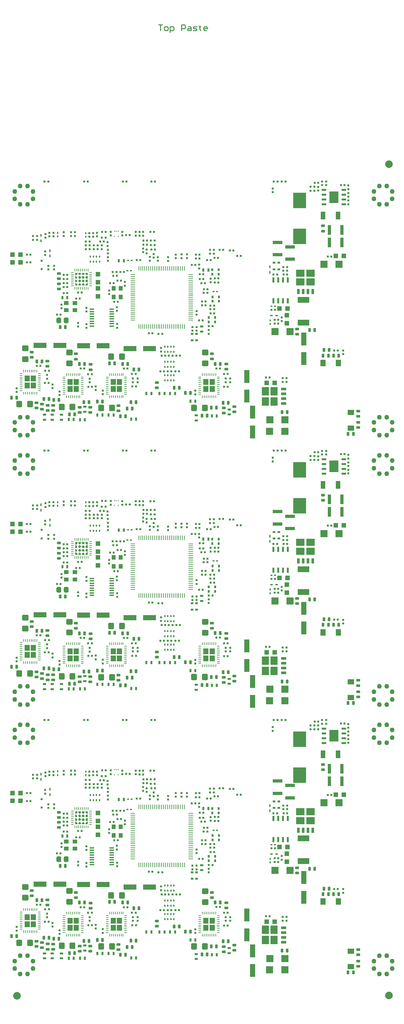
<source format=gtp>
G04 Layer_Color=8421504*
%FSLAX24Y24*%
%MOIN*%
G70*
G01*
G75*
G04:AMPARAMS|DCode=11|XSize=78.7mil|YSize=78.7mil|CornerRadius=39.4mil|HoleSize=0mil|Usage=FLASHONLY|Rotation=90.000|XOffset=0mil|YOffset=0mil|HoleType=Round|Shape=RoundedRectangle|*
%AMROUNDEDRECTD11*
21,1,0.0787,0.0000,0,0,90.0*
21,1,0.0000,0.0787,0,0,90.0*
1,1,0.0787,0.0000,0.0000*
1,1,0.0787,0.0000,0.0000*
1,1,0.0787,0.0000,0.0000*
1,1,0.0787,0.0000,0.0000*
%
%ADD11ROUNDEDRECTD11*%
%ADD12C,0.0100*%
%ADD165R,0.0890X0.0752*%
%ADD166R,0.0752X0.0890*%
%ADD167R,0.0528X0.0618*%
%ADD168R,0.0354X0.1043*%
G04:AMPARAMS|DCode=169|XSize=20mil|YSize=22mil|CornerRadius=3.4mil|HoleSize=0mil|Usage=FLASHONLY|Rotation=270.000|XOffset=0mil|YOffset=0mil|HoleType=Round|Shape=RoundedRectangle|*
%AMROUNDEDRECTD169*
21,1,0.0200,0.0152,0,0,270.0*
21,1,0.0132,0.0220,0,0,270.0*
1,1,0.0068,-0.0076,-0.0066*
1,1,0.0068,-0.0076,0.0066*
1,1,0.0068,0.0076,0.0066*
1,1,0.0068,0.0076,-0.0066*
%
%ADD169ROUNDEDRECTD169*%
G04:AMPARAMS|DCode=170|XSize=20mil|YSize=22mil|CornerRadius=3.4mil|HoleSize=0mil|Usage=FLASHONLY|Rotation=0.000|XOffset=0mil|YOffset=0mil|HoleType=Round|Shape=RoundedRectangle|*
%AMROUNDEDRECTD170*
21,1,0.0200,0.0152,0,0,0.0*
21,1,0.0132,0.0220,0,0,0.0*
1,1,0.0068,0.0066,-0.0076*
1,1,0.0068,-0.0066,-0.0076*
1,1,0.0068,-0.0066,0.0076*
1,1,0.0068,0.0066,0.0076*
%
%ADD170ROUNDEDRECTD170*%
%ADD171R,0.1043X0.0354*%
G04:AMPARAMS|DCode=172|XSize=27.1mil|YSize=37.4mil|CornerRadius=4.8mil|HoleSize=0mil|Usage=FLASHONLY|Rotation=90.000|XOffset=0mil|YOffset=0mil|HoleType=Round|Shape=RoundedRectangle|*
%AMROUNDEDRECTD172*
21,1,0.0271,0.0277,0,0,90.0*
21,1,0.0175,0.0374,0,0,90.0*
1,1,0.0097,0.0139,0.0087*
1,1,0.0097,0.0139,-0.0087*
1,1,0.0097,-0.0139,-0.0087*
1,1,0.0097,-0.0139,0.0087*
%
%ADD172ROUNDEDRECTD172*%
%ADD173R,0.0177X0.0197*%
%ADD174R,0.0197X0.0177*%
G04:AMPARAMS|DCode=175|XSize=21.6mil|YSize=22mil|CornerRadius=3.7mil|HoleSize=0mil|Usage=FLASHONLY|Rotation=90.000|XOffset=0mil|YOffset=0mil|HoleType=Round|Shape=RoundedRectangle|*
%AMROUNDEDRECTD175*
21,1,0.0216,0.0146,0,0,90.0*
21,1,0.0142,0.0220,0,0,90.0*
1,1,0.0074,0.0073,0.0071*
1,1,0.0074,0.0073,-0.0071*
1,1,0.0074,-0.0073,-0.0071*
1,1,0.0074,-0.0073,0.0071*
%
%ADD175ROUNDEDRECTD175*%
G04:AMPARAMS|DCode=176|XSize=9mil|YSize=29.5mil|CornerRadius=3.4mil|HoleSize=0mil|Usage=FLASHONLY|Rotation=180.000|XOffset=0mil|YOffset=0mil|HoleType=Round|Shape=RoundedRectangle|*
%AMROUNDEDRECTD176*
21,1,0.0090,0.0227,0,0,180.0*
21,1,0.0022,0.0295,0,0,180.0*
1,1,0.0068,-0.0011,0.0113*
1,1,0.0068,0.0011,0.0113*
1,1,0.0068,0.0011,-0.0113*
1,1,0.0068,-0.0011,-0.0113*
%
%ADD176ROUNDEDRECTD176*%
G04:AMPARAMS|DCode=177|XSize=9mil|YSize=29.5mil|CornerRadius=3.4mil|HoleSize=0mil|Usage=FLASHONLY|Rotation=270.000|XOffset=0mil|YOffset=0mil|HoleType=Round|Shape=RoundedRectangle|*
%AMROUNDEDRECTD177*
21,1,0.0090,0.0227,0,0,270.0*
21,1,0.0022,0.0295,0,0,270.0*
1,1,0.0068,-0.0113,-0.0011*
1,1,0.0068,-0.0113,0.0011*
1,1,0.0068,0.0113,0.0011*
1,1,0.0068,0.0113,-0.0011*
%
%ADD177ROUNDEDRECTD177*%
%ADD178O,0.0492X0.0078*%
%ADD179O,0.0078X0.0492*%
%ADD180R,0.0326X0.0244*%
%ADD181R,0.0244X0.0326*%
%ADD182R,0.0260X0.0540*%
%ADD183R,0.0540X0.0260*%
G04:AMPARAMS|DCode=184|XSize=27.1mil|YSize=37.4mil|CornerRadius=4.8mil|HoleSize=0mil|Usage=FLASHONLY|Rotation=180.000|XOffset=0mil|YOffset=0mil|HoleType=Round|Shape=RoundedRectangle|*
%AMROUNDEDRECTD184*
21,1,0.0271,0.0277,0,0,180.0*
21,1,0.0175,0.0374,0,0,180.0*
1,1,0.0097,-0.0087,0.0139*
1,1,0.0097,0.0087,0.0139*
1,1,0.0097,0.0087,-0.0139*
1,1,0.0097,-0.0087,-0.0139*
%
%ADD184ROUNDEDRECTD184*%
%ADD185R,0.0531X0.1319*%
%ADD186R,0.1319X0.0531*%
G04:AMPARAMS|DCode=187|XSize=50mil|YSize=58mil|CornerRadius=12mil|HoleSize=0mil|Usage=FLASHONLY|Rotation=180.000|XOffset=0mil|YOffset=0mil|HoleType=Round|Shape=RoundedRectangle|*
%AMROUNDEDRECTD187*
21,1,0.0500,0.0340,0,0,180.0*
21,1,0.0260,0.0580,0,0,180.0*
1,1,0.0240,-0.0130,0.0170*
1,1,0.0240,0.0130,0.0170*
1,1,0.0240,0.0130,-0.0170*
1,1,0.0240,-0.0130,-0.0170*
%
%ADD187ROUNDEDRECTD187*%
G04:AMPARAMS|DCode=188|XSize=61mil|YSize=69mil|CornerRadius=14.7mil|HoleSize=0mil|Usage=FLASHONLY|Rotation=180.000|XOffset=0mil|YOffset=0mil|HoleType=Round|Shape=RoundedRectangle|*
%AMROUNDEDRECTD188*
21,1,0.0610,0.0395,0,0,180.0*
21,1,0.0315,0.0690,0,0,180.0*
1,1,0.0295,-0.0158,0.0198*
1,1,0.0295,0.0158,0.0198*
1,1,0.0295,0.0158,-0.0198*
1,1,0.0295,-0.0158,-0.0198*
%
%ADD188ROUNDEDRECTD188*%
G04:AMPARAMS|DCode=189|XSize=61mil|YSize=69mil|CornerRadius=14.7mil|HoleSize=0mil|Usage=FLASHONLY|Rotation=90.000|XOffset=0mil|YOffset=0mil|HoleType=Round|Shape=RoundedRectangle|*
%AMROUNDEDRECTD189*
21,1,0.0610,0.0395,0,0,90.0*
21,1,0.0315,0.0690,0,0,90.0*
1,1,0.0295,0.0198,0.0158*
1,1,0.0295,0.0198,-0.0158*
1,1,0.0295,-0.0198,-0.0158*
1,1,0.0295,-0.0198,0.0158*
%
%ADD189ROUNDEDRECTD189*%
%ADD190R,0.0180X0.0240*%
%ADD191R,0.0480X0.0130*%
%ADD192C,0.0500*%
%ADD193R,0.0220X0.0580*%
%ADD194R,0.0460X0.0460*%
%ADD195R,0.0523X0.0689*%
%ADD196R,0.0500X0.0400*%
%ADD197R,0.0216X0.0295*%
%ADD198R,0.0180X0.0260*%
%ADD199R,0.0770X0.0770*%
%ADD200R,0.1240X0.0610*%
%ADD201R,0.0220X0.0220*%
%ADD202R,0.0295X0.0216*%
%ADD203R,0.0460X0.0460*%
%ADD204R,0.0400X0.0500*%
%ADD205R,0.0689X0.0523*%
%ADD206O,0.0078X0.0315*%
%ADD207O,0.0315X0.0078*%
%ADD208R,0.0260X0.0180*%
%ADD209R,0.0098X0.0157*%
%ADD210R,0.1358X0.1594*%
%ADD211R,0.0925X0.1200*%
%ADD212R,0.0472X0.0197*%
%ADD213R,0.0480X0.0810*%
G36*
X10824Y76314D02*
X10725Y76217D01*
X10643D01*
X10549Y76310D01*
Y76443D01*
X10824D01*
Y76314D01*
D02*
G37*
G36*
X10450D02*
X10351Y76217D01*
X10269D01*
X10175Y76310D01*
Y76443D01*
X10450D01*
Y76314D01*
D02*
G37*
G36*
X11159Y76197D02*
X11041D01*
X10913Y76325D01*
Y76443D01*
X11159D01*
Y76197D01*
D02*
G37*
G36*
X10086Y76325D02*
X9958Y76197D01*
X9840D01*
Y76443D01*
X10086D01*
Y76325D01*
D02*
G37*
G36*
X10440Y76020D02*
Y75921D01*
X10362Y75843D01*
X10263D01*
X10175Y75931D01*
Y76010D01*
X10273Y76108D01*
X10352D01*
X10440Y76020D01*
D02*
G37*
G36*
X11159Y75833D02*
X11030D01*
X10932Y75932D01*
Y76014D01*
X11026Y76108D01*
X11159D01*
Y75833D01*
D02*
G37*
G36*
X10824Y76010D02*
Y75931D01*
X10726Y75833D01*
X10647D01*
X10558Y75921D01*
Y76020D01*
X10637Y76099D01*
X10736D01*
X10824Y76010D01*
D02*
G37*
G36*
X10066Y76010D02*
Y75921D01*
X9978Y75833D01*
X9840D01*
Y76108D01*
X9968D01*
X10066Y76010D01*
D02*
G37*
G36*
X10440Y75646D02*
Y75547D01*
X10362Y75469D01*
X10263D01*
X10175Y75557D01*
Y75636D01*
X10273Y75734D01*
X10352D01*
X10440Y75646D01*
D02*
G37*
G36*
X11159Y75459D02*
X11031D01*
X10932Y75557D01*
Y75646D01*
X11021Y75734D01*
X11159D01*
Y75459D01*
D02*
G37*
G36*
X10824Y75636D02*
Y75557D01*
X10726Y75459D01*
X10647D01*
X10558Y75547D01*
Y75646D01*
X10637Y75725D01*
X10736D01*
X10824Y75636D01*
D02*
G37*
G36*
X10066Y75635D02*
Y75554D01*
X9973Y75459D01*
X9840D01*
Y75734D01*
X9969D01*
X10066Y75635D01*
D02*
G37*
G36*
X11159Y75124D02*
X10913D01*
Y75242D01*
X11041Y75370D01*
X11159D01*
Y75124D01*
D02*
G37*
G36*
X10824Y75257D02*
Y75124D01*
X10549D01*
Y75253D01*
X10648Y75351D01*
X10729D01*
X10824Y75257D01*
D02*
G37*
G36*
X10450D02*
Y75124D01*
X10175D01*
Y75253D01*
X10274Y75351D01*
X10355D01*
X10450Y75257D01*
D02*
G37*
G36*
X10086Y75242D02*
Y75124D01*
X9840D01*
Y75370D01*
X9958D01*
X10086Y75242D01*
D02*
G37*
G36*
X10824Y48322D02*
X10725Y48225D01*
X10643D01*
X10549Y48318D01*
Y48451D01*
X10824D01*
Y48322D01*
D02*
G37*
G36*
X10450D02*
X10351Y48225D01*
X10269D01*
X10175Y48318D01*
Y48451D01*
X10450D01*
Y48322D01*
D02*
G37*
G36*
X11159Y48205D02*
X11041D01*
X10913Y48333D01*
Y48451D01*
X11159D01*
Y48205D01*
D02*
G37*
G36*
X10086Y48333D02*
X9958Y48205D01*
X9840D01*
Y48451D01*
X10086D01*
Y48333D01*
D02*
G37*
G36*
X10440Y48028D02*
Y47929D01*
X10362Y47851D01*
X10263D01*
X10175Y47939D01*
Y48018D01*
X10273Y48116D01*
X10352D01*
X10440Y48028D01*
D02*
G37*
G36*
X11159Y47841D02*
X11030D01*
X10932Y47940D01*
Y48021D01*
X11026Y48116D01*
X11159D01*
Y47841D01*
D02*
G37*
G36*
X10824Y48018D02*
Y47939D01*
X10726Y47841D01*
X10647D01*
X10558Y47929D01*
Y48028D01*
X10637Y48106D01*
X10736D01*
X10824Y48018D01*
D02*
G37*
G36*
X10066Y48018D02*
Y47929D01*
X9978Y47841D01*
X9840D01*
Y48116D01*
X9968D01*
X10066Y48018D01*
D02*
G37*
G36*
X10440Y47654D02*
Y47555D01*
X10362Y47477D01*
X10263D01*
X10175Y47565D01*
Y47644D01*
X10273Y47742D01*
X10352D01*
X10440Y47654D01*
D02*
G37*
G36*
X11159Y47467D02*
X11031D01*
X10932Y47565D01*
Y47654D01*
X11021Y47742D01*
X11159D01*
Y47467D01*
D02*
G37*
G36*
X10824Y47644D02*
Y47565D01*
X10726Y47467D01*
X10647D01*
X10558Y47555D01*
Y47654D01*
X10637Y47732D01*
X10736D01*
X10824Y47644D01*
D02*
G37*
G36*
X10066Y47643D02*
Y47561D01*
X9973Y47467D01*
X9840D01*
Y47742D01*
X9969D01*
X10066Y47643D01*
D02*
G37*
G36*
X11159Y47132D02*
X10913D01*
Y47250D01*
X11041Y47378D01*
X11159D01*
Y47132D01*
D02*
G37*
G36*
X10824Y47265D02*
Y47132D01*
X10549D01*
Y47261D01*
X10648Y47358D01*
X10729D01*
X10824Y47265D01*
D02*
G37*
G36*
X10450D02*
Y47132D01*
X10175D01*
Y47261D01*
X10274Y47358D01*
X10355D01*
X10450Y47265D01*
D02*
G37*
G36*
X10086Y47250D02*
Y47132D01*
X9840D01*
Y47378D01*
X9958D01*
X10086Y47250D01*
D02*
G37*
G36*
X10824Y20330D02*
X10725Y20232D01*
X10643D01*
X10549Y20326D01*
Y20459D01*
X10824D01*
Y20330D01*
D02*
G37*
G36*
X10450D02*
X10351Y20232D01*
X10269D01*
X10175Y20326D01*
Y20459D01*
X10450D01*
Y20330D01*
D02*
G37*
G36*
X11159Y20213D02*
X11041D01*
X10913Y20341D01*
Y20459D01*
X11159D01*
Y20213D01*
D02*
G37*
G36*
X10086Y20341D02*
X9958Y20213D01*
X9840D01*
Y20459D01*
X10086D01*
Y20341D01*
D02*
G37*
G36*
X10440Y20036D02*
Y19937D01*
X10362Y19858D01*
X10263D01*
X10175Y19947D01*
Y20026D01*
X10273Y20124D01*
X10352D01*
X10440Y20036D01*
D02*
G37*
G36*
X11159Y19849D02*
X11030D01*
X10932Y19948D01*
Y20029D01*
X11026Y20124D01*
X11159D01*
Y19849D01*
D02*
G37*
G36*
X10824Y20026D02*
Y19947D01*
X10726Y19849D01*
X10647D01*
X10558Y19937D01*
Y20036D01*
X10637Y20114D01*
X10736D01*
X10824Y20026D01*
D02*
G37*
G36*
X10066Y20026D02*
Y19937D01*
X9978Y19849D01*
X9840D01*
Y20124D01*
X9968D01*
X10066Y20026D01*
D02*
G37*
G36*
X10440Y19662D02*
Y19563D01*
X10362Y19484D01*
X10263D01*
X10175Y19573D01*
Y19652D01*
X10273Y19750D01*
X10352D01*
X10440Y19662D01*
D02*
G37*
G36*
X11159Y19475D02*
X11031D01*
X10932Y19573D01*
Y19662D01*
X11021Y19750D01*
X11159D01*
Y19475D01*
D02*
G37*
G36*
X10824Y19652D02*
Y19573D01*
X10726Y19475D01*
X10647D01*
X10558Y19563D01*
Y19662D01*
X10637Y19740D01*
X10736D01*
X10824Y19652D01*
D02*
G37*
G36*
X10066Y19651D02*
Y19569D01*
X9973Y19475D01*
X9840D01*
Y19750D01*
X9969D01*
X10066Y19651D01*
D02*
G37*
G36*
X11159Y19140D02*
X10913D01*
Y19258D01*
X11041Y19386D01*
X11159D01*
Y19140D01*
D02*
G37*
G36*
X10824Y19273D02*
Y19140D01*
X10549D01*
Y19269D01*
X10648Y19366D01*
X10729D01*
X10824Y19273D01*
D02*
G37*
G36*
X10450D02*
Y19140D01*
X10175D01*
Y19269D01*
X10274Y19366D01*
X10355D01*
X10450Y19273D01*
D02*
G37*
G36*
X10086Y19258D02*
Y19140D01*
X9840D01*
Y19386D01*
X9958D01*
X10086Y19258D01*
D02*
G37*
G54D11*
X3789Y1289D02*
D03*
X42528Y1328D02*
D03*
Y87726D02*
D03*
G54D12*
X18528Y102228D02*
X18928D01*
X18728D01*
Y101628D01*
X19228D02*
X19428D01*
X19528Y101728D01*
Y101928D01*
X19428Y102028D01*
X19228D01*
X19128Y101928D01*
Y101728D01*
X19228Y101628D01*
X19728Y101428D02*
Y102028D01*
X20028D01*
X20128Y101928D01*
Y101728D01*
X20028Y101628D01*
X19728D01*
X20928D02*
Y102228D01*
X21227D01*
X21327Y102128D01*
Y101928D01*
X21227Y101828D01*
X20928D01*
X21627Y102028D02*
X21827D01*
X21927Y101928D01*
Y101628D01*
X21627D01*
X21527Y101728D01*
X21627Y101828D01*
X21927D01*
X22127Y101628D02*
X22427D01*
X22527Y101728D01*
X22427Y101828D01*
X22227D01*
X22127Y101928D01*
X22227Y102028D01*
X22527D01*
X22827Y102128D02*
Y102028D01*
X22727D01*
X22927D01*
X22827D01*
Y101728D01*
X22927Y101628D01*
X23527D02*
X23327D01*
X23227Y101728D01*
Y101928D01*
X23327Y102028D01*
X23527D01*
X23627Y101928D01*
Y101828D01*
X23227D01*
G54D165*
X33297Y20425D02*
D03*
X34361Y20424D02*
D03*
X34361Y19499D02*
D03*
X33297Y19499D02*
D03*
Y48417D02*
D03*
X34361Y48416D02*
D03*
X34361Y47491D02*
D03*
X33297Y47491D02*
D03*
Y76409D02*
D03*
X34361Y76409D02*
D03*
X34361Y75483D02*
D03*
X33297Y75483D02*
D03*
G54D166*
X30572Y7084D02*
D03*
X30572Y8148D02*
D03*
X29646Y8148D02*
D03*
X29646Y7084D02*
D03*
X30572Y35076D02*
D03*
X30572Y36140D02*
D03*
X29646Y36140D02*
D03*
X29646Y35076D02*
D03*
X30572Y63068D02*
D03*
X30572Y64132D02*
D03*
X29646Y64132D02*
D03*
X29646Y63068D02*
D03*
G54D167*
X4852Y8732D02*
D03*
X5498Y9468D02*
D03*
X4853Y9468D02*
D03*
X5498Y8731D02*
D03*
X9972Y8371D02*
D03*
X9327Y9108D02*
D03*
X9972Y9108D02*
D03*
X9326Y8372D02*
D03*
X13826D02*
D03*
X14472Y9108D02*
D03*
X13827Y9108D02*
D03*
X14472Y8371D02*
D03*
X24112D02*
D03*
X23467Y9108D02*
D03*
X24112Y9108D02*
D03*
X23466Y8372D02*
D03*
X4852Y36724D02*
D03*
X5498Y37460D02*
D03*
X4853Y37460D02*
D03*
X5498Y36724D02*
D03*
X9972Y36364D02*
D03*
X9327Y37100D02*
D03*
X9972Y37100D02*
D03*
X9326Y36364D02*
D03*
X13826D02*
D03*
X14472Y37100D02*
D03*
X13827Y37100D02*
D03*
X14472Y36364D02*
D03*
X24112D02*
D03*
X23467Y37100D02*
D03*
X24112Y37100D02*
D03*
X23466Y36364D02*
D03*
X4852Y64716D02*
D03*
X5498Y65453D02*
D03*
X4853Y65452D02*
D03*
X5498Y64716D02*
D03*
X9972Y64356D02*
D03*
X9327Y65092D02*
D03*
X9972Y65093D02*
D03*
X9326Y64356D02*
D03*
X13826D02*
D03*
X14472Y65093D02*
D03*
X13827Y65092D02*
D03*
X14472Y64356D02*
D03*
X24112D02*
D03*
X23467Y65092D02*
D03*
X24112Y65093D02*
D03*
X23466Y64356D02*
D03*
G54D168*
X36330Y24909D02*
D03*
X37609D02*
D03*
X36330Y23609D02*
D03*
X37609D02*
D03*
X36330Y52902D02*
D03*
X37609D02*
D03*
X36330Y51602D02*
D03*
X37609D02*
D03*
X36330Y80894D02*
D03*
X37609D02*
D03*
X36330Y79594D02*
D03*
X37609D02*
D03*
G54D169*
X35149Y29001D02*
D03*
Y29378D02*
D03*
X38299Y27968D02*
D03*
Y27591D02*
D03*
X35989Y29948D02*
D03*
Y29571D02*
D03*
X38289Y29528D02*
D03*
Y29149D02*
D03*
X16149Y24320D02*
D03*
Y24699D02*
D03*
X22049Y14816D02*
D03*
Y14439D02*
D03*
X22369Y7822D02*
D03*
Y8199D02*
D03*
X25519Y9089D02*
D03*
Y9466D02*
D03*
X12729Y7842D02*
D03*
Y8219D02*
D03*
X15869Y9466D02*
D03*
Y9089D02*
D03*
X8219Y7732D02*
D03*
Y8109D02*
D03*
X11369Y9079D02*
D03*
Y9456D02*
D03*
X7045Y21189D02*
D03*
Y20812D02*
D03*
X11026Y16823D02*
D03*
Y16446D02*
D03*
X14205Y16505D02*
D03*
Y16882D02*
D03*
X14215Y14756D02*
D03*
Y15133D02*
D03*
X11036Y15104D02*
D03*
Y14727D02*
D03*
X19529Y21692D02*
D03*
Y22069D02*
D03*
X13379Y18606D02*
D03*
Y18229D02*
D03*
X8429Y16762D02*
D03*
Y17139D02*
D03*
X5469Y23889D02*
D03*
Y24266D02*
D03*
X22499Y16492D02*
D03*
Y16115D02*
D03*
X15029Y19496D02*
D03*
Y19119D02*
D03*
X6909Y9449D02*
D03*
Y9826D02*
D03*
X3759Y8072D02*
D03*
Y8449D02*
D03*
X30409Y29219D02*
D03*
Y28842D02*
D03*
X12608Y23300D02*
D03*
Y22921D02*
D03*
X7165Y24228D02*
D03*
Y24607D02*
D03*
X11733Y24590D02*
D03*
Y24211D02*
D03*
X13229Y23259D02*
D03*
Y23638D02*
D03*
X10152Y15241D02*
D03*
Y14862D02*
D03*
X22479Y14439D02*
D03*
Y14818D02*
D03*
X23929Y16680D02*
D03*
Y17059D02*
D03*
X31929Y20680D02*
D03*
Y21059D02*
D03*
X16909Y22989D02*
D03*
Y22610D02*
D03*
X13559Y24340D02*
D03*
Y24719D02*
D03*
X13269Y22079D02*
D03*
Y21702D02*
D03*
X11774Y22921D02*
D03*
Y23298D02*
D03*
X11364Y22921D02*
D03*
Y23298D02*
D03*
X25999Y9469D02*
D03*
Y9090D02*
D03*
X16349D02*
D03*
Y9469D02*
D03*
X11979Y8659D02*
D03*
Y8280D02*
D03*
X38289Y28748D02*
D03*
Y28369D02*
D03*
X35569Y29948D02*
D03*
Y29569D02*
D03*
X18039Y22419D02*
D03*
Y22040D02*
D03*
X23969Y19858D02*
D03*
Y19479D02*
D03*
X23769Y14119D02*
D03*
Y14498D02*
D03*
X24339Y16680D02*
D03*
Y17059D02*
D03*
X17289Y22868D02*
D03*
Y22489D02*
D03*
X7645Y20809D02*
D03*
Y21188D02*
D03*
X31369Y15439D02*
D03*
Y15818D02*
D03*
X22769Y21299D02*
D03*
Y20920D02*
D03*
X6729Y22301D02*
D03*
Y22680D02*
D03*
X5879Y24268D02*
D03*
Y23889D02*
D03*
X7489Y8859D02*
D03*
Y8480D02*
D03*
X18449Y21710D02*
D03*
Y22089D02*
D03*
X31509Y20679D02*
D03*
Y21058D02*
D03*
X18782Y12272D02*
D03*
Y12651D02*
D03*
X21479Y22369D02*
D03*
Y21990D02*
D03*
X20909Y22369D02*
D03*
Y21990D02*
D03*
X20329Y22359D02*
D03*
Y21980D02*
D03*
X17619Y21719D02*
D03*
Y22098D02*
D03*
X6749Y24111D02*
D03*
Y24488D02*
D03*
X12139Y24232D02*
D03*
Y24609D02*
D03*
X7578Y24228D02*
D03*
Y24607D02*
D03*
X11317Y24208D02*
D03*
Y24587D02*
D03*
X10965Y23300D02*
D03*
Y22921D02*
D03*
X12195Y23300D02*
D03*
Y22921D02*
D03*
X13269Y22859D02*
D03*
Y22480D02*
D03*
X14749Y24331D02*
D03*
Y24708D02*
D03*
X8669Y24289D02*
D03*
Y24666D02*
D03*
X35149Y56993D02*
D03*
Y57370D02*
D03*
X38299Y55960D02*
D03*
Y55583D02*
D03*
X35989Y57940D02*
D03*
Y57563D02*
D03*
X38289Y57520D02*
D03*
Y57141D02*
D03*
X16149Y52313D02*
D03*
Y52691D02*
D03*
X22049Y42808D02*
D03*
Y42432D02*
D03*
X22369Y35814D02*
D03*
Y36191D02*
D03*
X25519Y37081D02*
D03*
Y37459D02*
D03*
X12729Y35835D02*
D03*
Y36212D02*
D03*
X15869Y37459D02*
D03*
Y37081D02*
D03*
X8219Y35724D02*
D03*
Y36102D02*
D03*
X11369Y37071D02*
D03*
Y37448D02*
D03*
X7045Y49181D02*
D03*
Y48804D02*
D03*
X11026Y44816D02*
D03*
Y44439D02*
D03*
X14205Y44498D02*
D03*
Y44875D02*
D03*
X14215Y42748D02*
D03*
Y43125D02*
D03*
X11036Y43096D02*
D03*
Y42719D02*
D03*
X19529Y49685D02*
D03*
Y50061D02*
D03*
X13379Y46599D02*
D03*
Y46221D02*
D03*
X8429Y44755D02*
D03*
Y45132D02*
D03*
X5469Y51881D02*
D03*
Y52259D02*
D03*
X22499Y44484D02*
D03*
Y44107D02*
D03*
X15029Y47488D02*
D03*
Y47112D02*
D03*
X6909Y37441D02*
D03*
Y37819D02*
D03*
X3759Y36065D02*
D03*
Y36442D02*
D03*
X30409Y57211D02*
D03*
Y56835D02*
D03*
X12608Y51292D02*
D03*
Y50913D02*
D03*
X7165Y52221D02*
D03*
Y52600D02*
D03*
X11733Y52582D02*
D03*
Y52203D02*
D03*
X13229Y51252D02*
D03*
Y51630D02*
D03*
X10152Y43233D02*
D03*
Y42854D02*
D03*
X22479Y42432D02*
D03*
Y42810D02*
D03*
X23929Y44673D02*
D03*
Y45051D02*
D03*
X31929Y48673D02*
D03*
Y49051D02*
D03*
X16909Y50981D02*
D03*
Y50603D02*
D03*
X13559Y52333D02*
D03*
Y52712D02*
D03*
X13269Y50072D02*
D03*
Y49694D02*
D03*
X11774Y50913D02*
D03*
Y51290D02*
D03*
X11364Y50913D02*
D03*
Y51290D02*
D03*
X25999Y37462D02*
D03*
Y37083D02*
D03*
X16349D02*
D03*
Y37462D02*
D03*
X11979Y36651D02*
D03*
Y36273D02*
D03*
X38289Y56740D02*
D03*
Y56361D02*
D03*
X35569Y57940D02*
D03*
Y57561D02*
D03*
X18039Y50412D02*
D03*
Y50033D02*
D03*
X23969Y47850D02*
D03*
Y47471D02*
D03*
X23769Y42112D02*
D03*
Y42490D02*
D03*
X24339Y44673D02*
D03*
Y45051D02*
D03*
X17289Y50860D02*
D03*
Y50482D02*
D03*
X7645Y48802D02*
D03*
Y49181D02*
D03*
X31369Y43432D02*
D03*
Y43810D02*
D03*
X22769Y49291D02*
D03*
Y48912D02*
D03*
X6729Y50294D02*
D03*
Y50673D02*
D03*
X5879Y52260D02*
D03*
Y51881D02*
D03*
X7489Y36851D02*
D03*
Y36473D02*
D03*
X18449Y49703D02*
D03*
Y50082D02*
D03*
X31509Y48671D02*
D03*
Y49050D02*
D03*
X18782Y40264D02*
D03*
Y40643D02*
D03*
X21479Y50361D02*
D03*
Y49983D02*
D03*
X20909Y50361D02*
D03*
Y49983D02*
D03*
X20329Y50352D02*
D03*
Y49973D02*
D03*
X17619Y49711D02*
D03*
Y50090D02*
D03*
X6749Y52103D02*
D03*
Y52480D02*
D03*
X12139Y52224D02*
D03*
Y52601D02*
D03*
X7578Y52221D02*
D03*
Y52600D02*
D03*
X11317Y52200D02*
D03*
Y52579D02*
D03*
X10965Y51292D02*
D03*
Y50913D02*
D03*
X12195Y51292D02*
D03*
Y50913D02*
D03*
X13269Y50851D02*
D03*
Y50473D02*
D03*
X14749Y52323D02*
D03*
Y52700D02*
D03*
X8669Y52281D02*
D03*
Y52659D02*
D03*
X35149Y84985D02*
D03*
Y85362D02*
D03*
X38299Y83952D02*
D03*
Y83575D02*
D03*
X35989Y85932D02*
D03*
Y85555D02*
D03*
X38289Y85513D02*
D03*
Y85134D02*
D03*
X16149Y80305D02*
D03*
Y80684D02*
D03*
X22049Y70801D02*
D03*
Y70424D02*
D03*
X22369Y63807D02*
D03*
Y64184D02*
D03*
X25519Y65074D02*
D03*
Y65451D02*
D03*
X12729Y63827D02*
D03*
Y64204D02*
D03*
X15869Y65451D02*
D03*
Y65074D02*
D03*
X8219Y63717D02*
D03*
Y64094D02*
D03*
X11369Y65064D02*
D03*
Y65441D02*
D03*
X7045Y77174D02*
D03*
Y76797D02*
D03*
X11026Y72808D02*
D03*
Y72431D02*
D03*
X14205Y72490D02*
D03*
Y72867D02*
D03*
X14215Y70740D02*
D03*
Y71117D02*
D03*
X11036Y71088D02*
D03*
Y70711D02*
D03*
X19529Y77677D02*
D03*
Y78054D02*
D03*
X13379Y74591D02*
D03*
Y74214D02*
D03*
X8429Y72747D02*
D03*
Y73124D02*
D03*
X5469Y79874D02*
D03*
Y80251D02*
D03*
X22499Y72476D02*
D03*
Y72099D02*
D03*
X15029Y75481D02*
D03*
Y75104D02*
D03*
X6909Y65434D02*
D03*
Y65811D02*
D03*
X3759Y64057D02*
D03*
Y64434D02*
D03*
X30409Y85204D02*
D03*
Y84827D02*
D03*
X12608Y79284D02*
D03*
Y78906D02*
D03*
X7165Y80213D02*
D03*
Y80592D02*
D03*
X11733Y80574D02*
D03*
Y80195D02*
D03*
X13229Y79244D02*
D03*
Y79623D02*
D03*
X10152Y71225D02*
D03*
Y70846D02*
D03*
X22479Y70424D02*
D03*
Y70803D02*
D03*
X23929Y72665D02*
D03*
Y73044D02*
D03*
X31929Y76665D02*
D03*
Y77044D02*
D03*
X16909Y78974D02*
D03*
Y78595D02*
D03*
X13559Y80325D02*
D03*
Y80704D02*
D03*
X13269Y78064D02*
D03*
Y77687D02*
D03*
X11774Y78905D02*
D03*
Y79282D02*
D03*
X11364Y78905D02*
D03*
Y79282D02*
D03*
X25999Y65454D02*
D03*
Y65075D02*
D03*
X16349D02*
D03*
Y65454D02*
D03*
X11979Y64644D02*
D03*
Y64265D02*
D03*
X38289Y84733D02*
D03*
Y84354D02*
D03*
X35569Y85933D02*
D03*
Y85554D02*
D03*
X18039Y78404D02*
D03*
Y78025D02*
D03*
X23969Y75843D02*
D03*
Y75464D02*
D03*
X23769Y70104D02*
D03*
Y70483D02*
D03*
X24339Y72665D02*
D03*
Y73044D02*
D03*
X17289Y78853D02*
D03*
Y78474D02*
D03*
X7645Y76794D02*
D03*
Y77173D02*
D03*
X31369Y71424D02*
D03*
Y71803D02*
D03*
X22769Y77283D02*
D03*
Y76904D02*
D03*
X6729Y78286D02*
D03*
Y78665D02*
D03*
X5879Y80253D02*
D03*
Y79874D02*
D03*
X7489Y64844D02*
D03*
Y64465D02*
D03*
X18449Y77695D02*
D03*
Y78074D02*
D03*
X31509Y76664D02*
D03*
Y77043D02*
D03*
X18782Y68256D02*
D03*
Y68635D02*
D03*
X21479Y78354D02*
D03*
Y77975D02*
D03*
X20909Y78354D02*
D03*
Y77975D02*
D03*
X20329Y78344D02*
D03*
Y77965D02*
D03*
X17619Y77704D02*
D03*
Y78083D02*
D03*
X6749Y80095D02*
D03*
Y80472D02*
D03*
X12139Y80217D02*
D03*
Y80594D02*
D03*
X7578Y80213D02*
D03*
Y80592D02*
D03*
X11317Y80192D02*
D03*
Y80571D02*
D03*
X10965Y79284D02*
D03*
Y78905D02*
D03*
X12195Y79284D02*
D03*
Y78906D02*
D03*
X13269Y78844D02*
D03*
Y78465D02*
D03*
X14749Y80315D02*
D03*
Y80692D02*
D03*
X8669Y80274D02*
D03*
Y80651D02*
D03*
G54D170*
X34748Y28989D02*
D03*
X34371D02*
D03*
X34780Y29809D02*
D03*
X35159D02*
D03*
X34370Y29399D02*
D03*
X34749D02*
D03*
X37888Y29589D02*
D03*
X37511D02*
D03*
X23900Y22839D02*
D03*
X24279D02*
D03*
X22788Y22349D02*
D03*
X22409D02*
D03*
X23899Y22429D02*
D03*
X24278D02*
D03*
X22788Y21939D02*
D03*
X22409D02*
D03*
X27088Y22209D02*
D03*
X26709D02*
D03*
X25940Y22789D02*
D03*
X26319D02*
D03*
X36812Y12392D02*
D03*
X37191D02*
D03*
X9815Y24278D02*
D03*
X9436D02*
D03*
X23579Y21789D02*
D03*
X23956D02*
D03*
X25736Y8599D02*
D03*
X25359D02*
D03*
X24549Y10519D02*
D03*
X24926D02*
D03*
X25352Y9929D02*
D03*
X25729D02*
D03*
X15799Y8639D02*
D03*
X16176D02*
D03*
X14919Y10509D02*
D03*
X15296D02*
D03*
X16149Y9929D02*
D03*
X15772D02*
D03*
X11586Y8619D02*
D03*
X11209D02*
D03*
X10409Y10509D02*
D03*
X10786D02*
D03*
X11206Y9919D02*
D03*
X11583D02*
D03*
X23242Y18749D02*
D03*
X23619D02*
D03*
X18719Y10204D02*
D03*
X19096D02*
D03*
X19235Y11838D02*
D03*
X18858D02*
D03*
X19496Y10204D02*
D03*
X19873D02*
D03*
X19983Y11838D02*
D03*
X19606D02*
D03*
X20654Y10194D02*
D03*
X20277D02*
D03*
X20387Y11828D02*
D03*
X20764D02*
D03*
X23199Y20319D02*
D03*
X22822D02*
D03*
X23362Y19392D02*
D03*
X22985D02*
D03*
X13919Y17451D02*
D03*
X14296D02*
D03*
X10523Y18417D02*
D03*
X10146D02*
D03*
X10339Y17769D02*
D03*
X9962D02*
D03*
X8659Y20229D02*
D03*
X9036D02*
D03*
X13482Y19364D02*
D03*
X13859D02*
D03*
X8659Y18989D02*
D03*
X9036D02*
D03*
X7962Y16099D02*
D03*
X8339D02*
D03*
X18539Y14117D02*
D03*
X18916D02*
D03*
X23204Y19806D02*
D03*
X22827D02*
D03*
X7076Y8999D02*
D03*
X6699D02*
D03*
X5849Y10769D02*
D03*
X6226D02*
D03*
X6732Y10279D02*
D03*
X7109D02*
D03*
X18166Y29959D02*
D03*
X17789D02*
D03*
X8659Y18349D02*
D03*
X9036D02*
D03*
X10962Y23711D02*
D03*
X11341D02*
D03*
X14141Y20527D02*
D03*
X13762D02*
D03*
X24360Y22019D02*
D03*
X24739D02*
D03*
X30530Y29959D02*
D03*
X30909D02*
D03*
X31748D02*
D03*
X31369D02*
D03*
X23770Y14899D02*
D03*
X24149D02*
D03*
X23239Y18369D02*
D03*
X23618D02*
D03*
X30609Y15189D02*
D03*
X30988D02*
D03*
X30989Y15589D02*
D03*
X30610D02*
D03*
X16940Y23799D02*
D03*
X17319D02*
D03*
X24389Y19879D02*
D03*
X24768D02*
D03*
X30280Y16619D02*
D03*
X30659D02*
D03*
X8660Y19799D02*
D03*
X9039D02*
D03*
Y19389D02*
D03*
X8660D02*
D03*
X36150Y22159D02*
D03*
X36529D02*
D03*
X21987Y21289D02*
D03*
X22366D02*
D03*
X31473Y9104D02*
D03*
X31852D02*
D03*
X31470Y9509D02*
D03*
X31849D02*
D03*
X29719Y9569D02*
D03*
X30098D02*
D03*
X23940Y16229D02*
D03*
X24319D02*
D03*
X5199Y21539D02*
D03*
X4820D02*
D03*
X24768Y19459D02*
D03*
X24389D02*
D03*
X31919Y20269D02*
D03*
X31540D02*
D03*
X30500D02*
D03*
X30879D02*
D03*
X5202Y22349D02*
D03*
X4823D02*
D03*
X23139Y15514D02*
D03*
X22760D02*
D03*
X23419Y17464D02*
D03*
X23040D02*
D03*
X23419Y17074D02*
D03*
X23040D02*
D03*
X15529Y24369D02*
D03*
X15150D02*
D03*
X17319Y23389D02*
D03*
X16940D02*
D03*
X18109Y23799D02*
D03*
X17730D02*
D03*
X14629Y19649D02*
D03*
X14250D02*
D03*
X17886Y14179D02*
D03*
X17507D02*
D03*
X17779Y22869D02*
D03*
X18158D02*
D03*
X18109Y23339D02*
D03*
X17730D02*
D03*
X16549Y24299D02*
D03*
X16928D02*
D03*
X16619Y21789D02*
D03*
X16240D02*
D03*
X25259Y22859D02*
D03*
X24880D02*
D03*
X16929Y24699D02*
D03*
X16550D02*
D03*
X14188Y20139D02*
D03*
X13811D02*
D03*
X14556Y20532D02*
D03*
X14935D02*
D03*
X9432Y24689D02*
D03*
X9809D02*
D03*
X12828Y23699D02*
D03*
X12451D02*
D03*
X12631Y24119D02*
D03*
X13008D02*
D03*
X6669Y29959D02*
D03*
X7046D02*
D03*
X10779D02*
D03*
X11156D02*
D03*
X14809D02*
D03*
X15186D02*
D03*
X12659Y24719D02*
D03*
X13036D02*
D03*
X18069Y24699D02*
D03*
X17692D02*
D03*
X34748Y56982D02*
D03*
X34371D02*
D03*
X34780Y57801D02*
D03*
X35159D02*
D03*
X34370Y57392D02*
D03*
X34749D02*
D03*
X37888Y57582D02*
D03*
X37511D02*
D03*
X23900Y50831D02*
D03*
X24279D02*
D03*
X22788Y50342D02*
D03*
X22409D02*
D03*
X23899Y50422D02*
D03*
X24278D02*
D03*
X22788Y49932D02*
D03*
X22409D02*
D03*
X27088Y50202D02*
D03*
X26709D02*
D03*
X25940Y50781D02*
D03*
X26319D02*
D03*
X36812Y40384D02*
D03*
X37191D02*
D03*
X9815Y52270D02*
D03*
X9436D02*
D03*
X23579Y49781D02*
D03*
X23956D02*
D03*
X25736Y36591D02*
D03*
X25359D02*
D03*
X24549Y38512D02*
D03*
X24926D02*
D03*
X25352Y37922D02*
D03*
X25729D02*
D03*
X15799Y36632D02*
D03*
X16176D02*
D03*
X14919Y38502D02*
D03*
X15296D02*
D03*
X16149Y37922D02*
D03*
X15772D02*
D03*
X11586Y36611D02*
D03*
X11209D02*
D03*
X10409Y38502D02*
D03*
X10786D02*
D03*
X11206Y37912D02*
D03*
X11583D02*
D03*
X23242Y46741D02*
D03*
X23619D02*
D03*
X18719Y38196D02*
D03*
X19096D02*
D03*
X19235Y39830D02*
D03*
X18858D02*
D03*
X19496Y38196D02*
D03*
X19873D02*
D03*
X19983Y39830D02*
D03*
X19606D02*
D03*
X20654Y38186D02*
D03*
X20277D02*
D03*
X20387Y39820D02*
D03*
X20764D02*
D03*
X23199Y48312D02*
D03*
X22822D02*
D03*
X23362Y47384D02*
D03*
X22985D02*
D03*
X13919Y45444D02*
D03*
X14296D02*
D03*
X10523Y46409D02*
D03*
X10146D02*
D03*
X10339Y45761D02*
D03*
X9962D02*
D03*
X8659Y48222D02*
D03*
X9036D02*
D03*
X13482Y47357D02*
D03*
X13859D02*
D03*
X8659Y46982D02*
D03*
X9036D02*
D03*
X7962Y44092D02*
D03*
X8339D02*
D03*
X18539Y42109D02*
D03*
X18916D02*
D03*
X23204Y47798D02*
D03*
X22827D02*
D03*
X7076Y36992D02*
D03*
X6699D02*
D03*
X5849Y38761D02*
D03*
X6226D02*
D03*
X6732Y38272D02*
D03*
X7109D02*
D03*
X18166Y57951D02*
D03*
X17789D02*
D03*
X8659Y46342D02*
D03*
X9036D02*
D03*
X10962Y51703D02*
D03*
X11341D02*
D03*
X14141Y48519D02*
D03*
X13762D02*
D03*
X24360Y50012D02*
D03*
X24739D02*
D03*
X30530Y57951D02*
D03*
X30909D02*
D03*
X31748D02*
D03*
X31369D02*
D03*
X23770Y42892D02*
D03*
X24149D02*
D03*
X23239Y46361D02*
D03*
X23618D02*
D03*
X30609Y43182D02*
D03*
X30988D02*
D03*
X30989Y43582D02*
D03*
X30610D02*
D03*
X16940Y51792D02*
D03*
X17319D02*
D03*
X24389Y47871D02*
D03*
X24768D02*
D03*
X30280Y44612D02*
D03*
X30659D02*
D03*
X8660Y47792D02*
D03*
X9039D02*
D03*
Y47382D02*
D03*
X8660D02*
D03*
X36150Y50152D02*
D03*
X36529D02*
D03*
X21987Y49281D02*
D03*
X22366D02*
D03*
X31473Y37096D02*
D03*
X31852D02*
D03*
X31470Y37501D02*
D03*
X31849D02*
D03*
X29719Y37562D02*
D03*
X30098D02*
D03*
X23940Y44222D02*
D03*
X24319D02*
D03*
X5199Y49531D02*
D03*
X4820D02*
D03*
X24768Y47452D02*
D03*
X24389D02*
D03*
X31919Y48261D02*
D03*
X31540D02*
D03*
X30500D02*
D03*
X30879D02*
D03*
X5202Y50342D02*
D03*
X4823D02*
D03*
X23139Y43507D02*
D03*
X22760D02*
D03*
X23419Y45457D02*
D03*
X23040D02*
D03*
X23419Y45067D02*
D03*
X23040D02*
D03*
X15529Y52361D02*
D03*
X15150D02*
D03*
X17319Y51382D02*
D03*
X16940D02*
D03*
X18109Y51792D02*
D03*
X17730D02*
D03*
X14629Y47642D02*
D03*
X14250D02*
D03*
X17886Y42172D02*
D03*
X17507D02*
D03*
X17779Y50862D02*
D03*
X18158D02*
D03*
X18109Y51332D02*
D03*
X17730D02*
D03*
X16549Y52291D02*
D03*
X16928D02*
D03*
X16619Y49781D02*
D03*
X16240D02*
D03*
X25259Y50851D02*
D03*
X24880D02*
D03*
X16929Y52691D02*
D03*
X16550D02*
D03*
X14188Y48131D02*
D03*
X13811D02*
D03*
X14556Y48524D02*
D03*
X14935D02*
D03*
X9432Y52681D02*
D03*
X9809D02*
D03*
X12828Y51691D02*
D03*
X12451D02*
D03*
X12631Y52112D02*
D03*
X13008D02*
D03*
X6669Y57951D02*
D03*
X7046D02*
D03*
X10779D02*
D03*
X11156D02*
D03*
X14809D02*
D03*
X15186D02*
D03*
X12659Y52712D02*
D03*
X13036D02*
D03*
X18069Y52691D02*
D03*
X17692D02*
D03*
X34748Y84974D02*
D03*
X34371D02*
D03*
X34780Y85794D02*
D03*
X35159D02*
D03*
X34370Y85384D02*
D03*
X34749D02*
D03*
X37888Y85574D02*
D03*
X37511D02*
D03*
X23900Y78824D02*
D03*
X24279D02*
D03*
X22788Y78334D02*
D03*
X22409D02*
D03*
X23899Y78414D02*
D03*
X24278D02*
D03*
X22788Y77924D02*
D03*
X22409D02*
D03*
X27088Y78194D02*
D03*
X26709D02*
D03*
X25940Y78774D02*
D03*
X26319D02*
D03*
X36812Y68376D02*
D03*
X37191D02*
D03*
X9815Y80263D02*
D03*
X9436D02*
D03*
X23579Y77774D02*
D03*
X23956D02*
D03*
X25736Y64584D02*
D03*
X25359D02*
D03*
X24549Y66504D02*
D03*
X24926D02*
D03*
X25352Y65914D02*
D03*
X25729D02*
D03*
X15799Y64624D02*
D03*
X16176D02*
D03*
X14919Y66494D02*
D03*
X15296D02*
D03*
X16149Y65914D02*
D03*
X15772D02*
D03*
X11586Y64604D02*
D03*
X11209D02*
D03*
X10409Y66494D02*
D03*
X10786D02*
D03*
X11206Y65904D02*
D03*
X11583D02*
D03*
X23242Y74734D02*
D03*
X23619D02*
D03*
X18719Y66188D02*
D03*
X19096D02*
D03*
X19235Y67822D02*
D03*
X18858D02*
D03*
X19496Y66188D02*
D03*
X19873D02*
D03*
X19983Y67822D02*
D03*
X19606D02*
D03*
X20654Y66178D02*
D03*
X20277D02*
D03*
X20387Y67812D02*
D03*
X20764D02*
D03*
X23199Y76304D02*
D03*
X22822D02*
D03*
X23362Y75377D02*
D03*
X22985D02*
D03*
X13919Y73436D02*
D03*
X14296D02*
D03*
X10523Y74401D02*
D03*
X10146D02*
D03*
X10339Y73754D02*
D03*
X9962D02*
D03*
X8659Y76214D02*
D03*
X9036D02*
D03*
X13482Y75349D02*
D03*
X13859D02*
D03*
X8659Y74974D02*
D03*
X9036D02*
D03*
X7962Y72084D02*
D03*
X8339D02*
D03*
X18539Y70102D02*
D03*
X18916D02*
D03*
X23204Y75790D02*
D03*
X22827D02*
D03*
X7076Y64984D02*
D03*
X6699D02*
D03*
X5849Y66754D02*
D03*
X6226D02*
D03*
X6732Y66264D02*
D03*
X7109D02*
D03*
X18166Y85944D02*
D03*
X17789D02*
D03*
X8659Y74334D02*
D03*
X9036D02*
D03*
X10962Y79695D02*
D03*
X11341D02*
D03*
X14141Y76511D02*
D03*
X13762D02*
D03*
X24360Y78004D02*
D03*
X24739D02*
D03*
X30530Y85944D02*
D03*
X30909D02*
D03*
X31748D02*
D03*
X31369D02*
D03*
X23770Y70884D02*
D03*
X24149D02*
D03*
X23239Y74354D02*
D03*
X23618D02*
D03*
X30609Y71174D02*
D03*
X30988D02*
D03*
X30989Y71574D02*
D03*
X30610D02*
D03*
X16940Y79784D02*
D03*
X17319D02*
D03*
X24389Y75864D02*
D03*
X24768D02*
D03*
X30280Y72604D02*
D03*
X30659D02*
D03*
X8660Y75784D02*
D03*
X9039D02*
D03*
Y75374D02*
D03*
X8660D02*
D03*
X36150Y78144D02*
D03*
X36529D02*
D03*
X21987Y77273D02*
D03*
X22366D02*
D03*
X31473Y65089D02*
D03*
X31852D02*
D03*
X31470Y65494D02*
D03*
X31849D02*
D03*
X29719Y65554D02*
D03*
X30098D02*
D03*
X23940Y72214D02*
D03*
X24319D02*
D03*
X5199Y77524D02*
D03*
X4820D02*
D03*
X24768Y75444D02*
D03*
X24389D02*
D03*
X31919Y76254D02*
D03*
X31540D02*
D03*
X30500D02*
D03*
X30879D02*
D03*
X5202Y78334D02*
D03*
X4823D02*
D03*
X23139Y71499D02*
D03*
X22760D02*
D03*
X23419Y73449D02*
D03*
X23040D02*
D03*
X23419Y73059D02*
D03*
X23040D02*
D03*
X15529Y80354D02*
D03*
X15150D02*
D03*
X17319Y79374D02*
D03*
X16940D02*
D03*
X18109Y79784D02*
D03*
X17730D02*
D03*
X14629Y75634D02*
D03*
X14250D02*
D03*
X17886Y70164D02*
D03*
X17507D02*
D03*
X17779Y78854D02*
D03*
X18158D02*
D03*
X18109Y79324D02*
D03*
X17730D02*
D03*
X16549Y80284D02*
D03*
X16928D02*
D03*
X16619Y77774D02*
D03*
X16240D02*
D03*
X25259Y78844D02*
D03*
X24880D02*
D03*
X16929Y80684D02*
D03*
X16550D02*
D03*
X14188Y76124D02*
D03*
X13811D02*
D03*
X14556Y76516D02*
D03*
X14935D02*
D03*
X9432Y80674D02*
D03*
X9809D02*
D03*
X12828Y79684D02*
D03*
X12451D02*
D03*
X12631Y80104D02*
D03*
X13008D02*
D03*
X6669Y85944D02*
D03*
X7046D02*
D03*
X10779D02*
D03*
X11156D02*
D03*
X14809D02*
D03*
X15186D02*
D03*
X12659Y80704D02*
D03*
X13036D02*
D03*
X18069Y80684D02*
D03*
X17692D02*
D03*
G54D171*
X30909Y22340D02*
D03*
Y23619D02*
D03*
X32219Y21870D02*
D03*
Y23149D02*
D03*
X30909Y50332D02*
D03*
Y51611D02*
D03*
X32219Y49862D02*
D03*
Y51141D02*
D03*
X30909Y78324D02*
D03*
Y79603D02*
D03*
X32219Y77854D02*
D03*
Y79133D02*
D03*
G54D172*
X35659Y25327D02*
D03*
Y24792D02*
D03*
X24089Y12037D02*
D03*
Y11502D02*
D03*
X25319Y6409D02*
D03*
Y5874D02*
D03*
X26439Y6547D02*
D03*
Y6012D02*
D03*
X25599Y10967D02*
D03*
Y10432D02*
D03*
X14362Y6094D02*
D03*
Y6630D02*
D03*
X18359Y8512D02*
D03*
Y9047D02*
D03*
X10332Y5934D02*
D03*
Y6470D02*
D03*
X9929Y12027D02*
D03*
Y11492D02*
D03*
X11412Y5934D02*
D03*
Y6470D02*
D03*
X11459Y10927D02*
D03*
Y10392D02*
D03*
X32969Y14607D02*
D03*
Y14072D02*
D03*
X5829Y6957D02*
D03*
Y6422D02*
D03*
X6399Y6282D02*
D03*
Y6817D02*
D03*
X5329Y12217D02*
D03*
Y11682D02*
D03*
X6974Y6144D02*
D03*
Y6679D02*
D03*
X7554Y6677D02*
D03*
Y6142D02*
D03*
X6969Y10732D02*
D03*
Y11267D02*
D03*
X8149Y19832D02*
D03*
Y20367D02*
D03*
X8149Y18782D02*
D03*
Y19317D02*
D03*
X39309Y6087D02*
D03*
Y5552D02*
D03*
Y4907D02*
D03*
Y4372D02*
D03*
X35659Y53319D02*
D03*
Y52784D02*
D03*
X24089Y40029D02*
D03*
Y39494D02*
D03*
X25319Y34402D02*
D03*
Y33866D02*
D03*
X26439Y34539D02*
D03*
Y34004D02*
D03*
X25599Y38959D02*
D03*
Y38424D02*
D03*
X14362Y34086D02*
D03*
Y34622D02*
D03*
X18359Y36504D02*
D03*
Y37039D02*
D03*
X10332Y33926D02*
D03*
Y34462D02*
D03*
X9929Y40019D02*
D03*
Y39484D02*
D03*
X11412Y33926D02*
D03*
Y34462D02*
D03*
X11459Y38919D02*
D03*
Y38384D02*
D03*
X32969Y42599D02*
D03*
Y42064D02*
D03*
X5829Y34949D02*
D03*
Y34414D02*
D03*
X6399Y34274D02*
D03*
Y34809D02*
D03*
X5329Y40209D02*
D03*
Y39674D02*
D03*
X6974Y34136D02*
D03*
Y34671D02*
D03*
X7554Y34669D02*
D03*
Y34134D02*
D03*
X6969Y38724D02*
D03*
Y39259D02*
D03*
X8149Y47824D02*
D03*
Y48359D02*
D03*
X8149Y46774D02*
D03*
Y47309D02*
D03*
X39309Y34079D02*
D03*
Y33544D02*
D03*
Y32899D02*
D03*
Y32364D02*
D03*
X35659Y81311D02*
D03*
Y80776D02*
D03*
X24089Y68021D02*
D03*
Y67486D02*
D03*
X25319Y62394D02*
D03*
Y61858D02*
D03*
X26439Y62531D02*
D03*
Y61996D02*
D03*
X25599Y66951D02*
D03*
Y66416D02*
D03*
X14362Y62078D02*
D03*
Y62614D02*
D03*
X18359Y64496D02*
D03*
Y65031D02*
D03*
X10332Y61918D02*
D03*
Y62454D02*
D03*
X9929Y68011D02*
D03*
Y67476D02*
D03*
X11412Y61918D02*
D03*
Y62454D02*
D03*
X11459Y66911D02*
D03*
Y66376D02*
D03*
X32969Y70591D02*
D03*
Y70056D02*
D03*
X5829Y62941D02*
D03*
Y62406D02*
D03*
X6399Y62266D02*
D03*
Y62801D02*
D03*
X5329Y68201D02*
D03*
Y67666D02*
D03*
X6974Y62128D02*
D03*
Y62664D02*
D03*
X7554Y62661D02*
D03*
Y62126D02*
D03*
X6969Y66716D02*
D03*
Y67251D02*
D03*
X8149Y75816D02*
D03*
Y76351D02*
D03*
X8149Y74766D02*
D03*
Y75301D02*
D03*
X39309Y62071D02*
D03*
Y61536D02*
D03*
Y60891D02*
D03*
Y60356D02*
D03*
G54D173*
X10955Y24213D02*
D03*
Y24587D02*
D03*
X8019Y24616D02*
D03*
Y24242D02*
D03*
X30142Y15519D02*
D03*
Y15145D02*
D03*
X10955Y52205D02*
D03*
Y52579D02*
D03*
X8019Y52608D02*
D03*
Y52234D02*
D03*
X30142Y43511D02*
D03*
Y43137D02*
D03*
X10955Y80197D02*
D03*
Y80571D02*
D03*
X8019Y80601D02*
D03*
Y80227D02*
D03*
X30142Y71503D02*
D03*
Y71129D02*
D03*
G54D174*
X15648Y20676D02*
D03*
X15274D02*
D03*
X30292Y16989D02*
D03*
X30666D02*
D03*
X24636Y18499D02*
D03*
X24262D02*
D03*
X15362Y21729D02*
D03*
X15736D02*
D03*
X15648Y48668D02*
D03*
X15274D02*
D03*
X30292Y44981D02*
D03*
X30666D02*
D03*
X24636Y46491D02*
D03*
X24262D02*
D03*
X15362Y49721D02*
D03*
X15736D02*
D03*
X15648Y76660D02*
D03*
X15274D02*
D03*
X30292Y72974D02*
D03*
X30666D02*
D03*
X24636Y74484D02*
D03*
X24262D02*
D03*
X15362Y77714D02*
D03*
X15736D02*
D03*
G54D175*
X37772Y12382D02*
D03*
Y12003D02*
D03*
Y40374D02*
D03*
Y39995D02*
D03*
Y68366D02*
D03*
Y67987D02*
D03*
G54D176*
X9810Y18854D02*
D03*
X10007D02*
D03*
X10204D02*
D03*
X10401D02*
D03*
X10598D02*
D03*
X10795D02*
D03*
X10991D02*
D03*
X11188D02*
D03*
Y20749D02*
D03*
X10991D02*
D03*
X10795D02*
D03*
X10598D02*
D03*
X10401D02*
D03*
X10204D02*
D03*
X10007D02*
D03*
X9810D02*
D03*
Y46847D02*
D03*
X10007D02*
D03*
X10204D02*
D03*
X10401D02*
D03*
X10598D02*
D03*
X10795D02*
D03*
X10991D02*
D03*
X11188D02*
D03*
Y48741D02*
D03*
X10991D02*
D03*
X10795D02*
D03*
X10598D02*
D03*
X10401D02*
D03*
X10204D02*
D03*
X10007D02*
D03*
X9810D02*
D03*
Y74839D02*
D03*
X10007D02*
D03*
X10204D02*
D03*
X10401D02*
D03*
X10598D02*
D03*
X10795D02*
D03*
X10991D02*
D03*
X11188D02*
D03*
Y76734D02*
D03*
X10991D02*
D03*
X10795D02*
D03*
X10598D02*
D03*
X10401D02*
D03*
X10204D02*
D03*
X10007D02*
D03*
X9810D02*
D03*
G54D177*
X11444Y19110D02*
D03*
Y19307D02*
D03*
Y19504D02*
D03*
Y19701D02*
D03*
Y19898D02*
D03*
Y20095D02*
D03*
Y20292D02*
D03*
Y20488D02*
D03*
X9549D02*
D03*
Y20292D02*
D03*
Y20095D02*
D03*
Y19898D02*
D03*
Y19701D02*
D03*
Y19504D02*
D03*
Y19307D02*
D03*
Y19110D02*
D03*
X11444Y47103D02*
D03*
Y47299D02*
D03*
Y47496D02*
D03*
Y47693D02*
D03*
Y47890D02*
D03*
Y48087D02*
D03*
Y48284D02*
D03*
Y48480D02*
D03*
X9549D02*
D03*
Y48284D02*
D03*
Y48087D02*
D03*
Y47890D02*
D03*
Y47693D02*
D03*
Y47496D02*
D03*
Y47299D02*
D03*
Y47103D02*
D03*
X11444Y75095D02*
D03*
Y75292D02*
D03*
Y75488D02*
D03*
Y75685D02*
D03*
Y75882D02*
D03*
Y76079D02*
D03*
Y76276D02*
D03*
Y76473D02*
D03*
X9549D02*
D03*
Y76276D02*
D03*
Y76079D02*
D03*
Y75882D02*
D03*
Y75685D02*
D03*
Y75488D02*
D03*
Y75292D02*
D03*
Y75095D02*
D03*
G54D178*
X21879Y20262D02*
D03*
Y20065D02*
D03*
Y19868D02*
D03*
Y19671D02*
D03*
Y19474D02*
D03*
Y19277D02*
D03*
Y19080D02*
D03*
Y18884D02*
D03*
Y18687D02*
D03*
Y18490D02*
D03*
Y18293D02*
D03*
Y18096D02*
D03*
Y17899D02*
D03*
Y17703D02*
D03*
Y17506D02*
D03*
Y17309D02*
D03*
Y17112D02*
D03*
Y16915D02*
D03*
Y16718D02*
D03*
Y16521D02*
D03*
Y16325D02*
D03*
Y16128D02*
D03*
Y15931D02*
D03*
Y15734D02*
D03*
Y15537D02*
D03*
X15855D02*
D03*
Y15734D02*
D03*
Y15931D02*
D03*
Y16128D02*
D03*
Y16325D02*
D03*
Y16521D02*
D03*
Y16718D02*
D03*
Y16915D02*
D03*
Y17112D02*
D03*
Y17309D02*
D03*
Y17506D02*
D03*
Y17703D02*
D03*
Y17899D02*
D03*
Y18096D02*
D03*
Y18293D02*
D03*
Y18490D02*
D03*
Y18687D02*
D03*
Y18884D02*
D03*
Y19080D02*
D03*
Y19277D02*
D03*
Y19474D02*
D03*
Y19671D02*
D03*
Y19868D02*
D03*
Y20065D02*
D03*
Y20262D02*
D03*
X21879Y48254D02*
D03*
Y48057D02*
D03*
Y47860D02*
D03*
Y47663D02*
D03*
Y47466D02*
D03*
Y47269D02*
D03*
Y47073D02*
D03*
Y46876D02*
D03*
Y46679D02*
D03*
Y46482D02*
D03*
Y46285D02*
D03*
Y46088D02*
D03*
Y45891D02*
D03*
Y45695D02*
D03*
Y45498D02*
D03*
Y45301D02*
D03*
Y45104D02*
D03*
Y44907D02*
D03*
Y44710D02*
D03*
Y44514D02*
D03*
Y44317D02*
D03*
Y44120D02*
D03*
Y43923D02*
D03*
Y43726D02*
D03*
Y43529D02*
D03*
X15855D02*
D03*
Y43726D02*
D03*
Y43923D02*
D03*
Y44120D02*
D03*
Y44317D02*
D03*
Y44514D02*
D03*
Y44710D02*
D03*
Y44907D02*
D03*
Y45104D02*
D03*
Y45301D02*
D03*
Y45498D02*
D03*
Y45695D02*
D03*
Y45891D02*
D03*
Y46088D02*
D03*
Y46285D02*
D03*
Y46482D02*
D03*
Y46679D02*
D03*
Y46876D02*
D03*
Y47073D02*
D03*
Y47269D02*
D03*
Y47466D02*
D03*
Y47663D02*
D03*
Y47860D02*
D03*
Y48057D02*
D03*
Y48254D02*
D03*
X21879Y76246D02*
D03*
Y76049D02*
D03*
Y75852D02*
D03*
Y75655D02*
D03*
Y75458D02*
D03*
Y75262D02*
D03*
Y75065D02*
D03*
Y74868D02*
D03*
Y74671D02*
D03*
Y74474D02*
D03*
Y74277D02*
D03*
Y74080D02*
D03*
Y73884D02*
D03*
Y73687D02*
D03*
Y73490D02*
D03*
Y73293D02*
D03*
Y73096D02*
D03*
Y72899D02*
D03*
Y72703D02*
D03*
Y72506D02*
D03*
Y72309D02*
D03*
Y72112D02*
D03*
Y71915D02*
D03*
Y71718D02*
D03*
Y71521D02*
D03*
X15855D02*
D03*
Y71718D02*
D03*
Y71915D02*
D03*
Y72112D02*
D03*
Y72309D02*
D03*
Y72506D02*
D03*
Y72703D02*
D03*
Y72899D02*
D03*
Y73096D02*
D03*
Y73293D02*
D03*
Y73490D02*
D03*
Y73687D02*
D03*
Y73884D02*
D03*
Y74080D02*
D03*
Y74277D02*
D03*
Y74474D02*
D03*
Y74671D02*
D03*
Y74868D02*
D03*
Y75065D02*
D03*
Y75262D02*
D03*
Y75458D02*
D03*
Y75655D02*
D03*
Y75852D02*
D03*
Y76049D02*
D03*
Y76246D02*
D03*
G54D179*
X21229Y14888D02*
D03*
X21033D02*
D03*
X20836D02*
D03*
X20639D02*
D03*
X20442D02*
D03*
X20245D02*
D03*
X20048D02*
D03*
X19851D02*
D03*
X19655D02*
D03*
X19458D02*
D03*
X19261D02*
D03*
X19064D02*
D03*
X18867D02*
D03*
X18670D02*
D03*
X18474D02*
D03*
X18277D02*
D03*
X18080D02*
D03*
X17883D02*
D03*
X17686D02*
D03*
X17489D02*
D03*
X17292D02*
D03*
X17096D02*
D03*
X16899D02*
D03*
X16702D02*
D03*
X16505D02*
D03*
Y20911D02*
D03*
X16702D02*
D03*
X16899D02*
D03*
X17096D02*
D03*
X17292D02*
D03*
X17489D02*
D03*
X17686D02*
D03*
X17883D02*
D03*
X18080D02*
D03*
X18277D02*
D03*
X18474D02*
D03*
X18670D02*
D03*
X18867D02*
D03*
X19064D02*
D03*
X19261D02*
D03*
X19458D02*
D03*
X19655D02*
D03*
X19851D02*
D03*
X20048D02*
D03*
X20245D02*
D03*
X20442D02*
D03*
X20639D02*
D03*
X20836D02*
D03*
X21033D02*
D03*
X21229D02*
D03*
Y42880D02*
D03*
X21033D02*
D03*
X20836D02*
D03*
X20639D02*
D03*
X20442D02*
D03*
X20245D02*
D03*
X20048D02*
D03*
X19851D02*
D03*
X19655D02*
D03*
X19458D02*
D03*
X19261D02*
D03*
X19064D02*
D03*
X18867D02*
D03*
X18670D02*
D03*
X18474D02*
D03*
X18277D02*
D03*
X18080D02*
D03*
X17883D02*
D03*
X17686D02*
D03*
X17489D02*
D03*
X17292D02*
D03*
X17096D02*
D03*
X16899D02*
D03*
X16702D02*
D03*
X16505D02*
D03*
Y48903D02*
D03*
X16702D02*
D03*
X16899D02*
D03*
X17096D02*
D03*
X17292D02*
D03*
X17489D02*
D03*
X17686D02*
D03*
X17883D02*
D03*
X18080D02*
D03*
X18277D02*
D03*
X18474D02*
D03*
X18670D02*
D03*
X18867D02*
D03*
X19064D02*
D03*
X19261D02*
D03*
X19458D02*
D03*
X19655D02*
D03*
X19851D02*
D03*
X20048D02*
D03*
X20245D02*
D03*
X20442D02*
D03*
X20639D02*
D03*
X20836D02*
D03*
X21033D02*
D03*
X21229D02*
D03*
Y70872D02*
D03*
X21033D02*
D03*
X20836D02*
D03*
X20639D02*
D03*
X20442D02*
D03*
X20245D02*
D03*
X20048D02*
D03*
X19851D02*
D03*
X19655D02*
D03*
X19458D02*
D03*
X19261D02*
D03*
X19064D02*
D03*
X18867D02*
D03*
X18670D02*
D03*
X18474D02*
D03*
X18277D02*
D03*
X18080D02*
D03*
X17883D02*
D03*
X17686D02*
D03*
X17489D02*
D03*
X17292D02*
D03*
X17096D02*
D03*
X16899D02*
D03*
X16702D02*
D03*
X16505D02*
D03*
Y76895D02*
D03*
X16702D02*
D03*
X16899D02*
D03*
X17096D02*
D03*
X17292D02*
D03*
X17489D02*
D03*
X17686D02*
D03*
X17883D02*
D03*
X18080D02*
D03*
X18277D02*
D03*
X18474D02*
D03*
X18670D02*
D03*
X18867D02*
D03*
X19064D02*
D03*
X19261D02*
D03*
X19458D02*
D03*
X19655D02*
D03*
X19851D02*
D03*
X20048D02*
D03*
X20245D02*
D03*
X20442D02*
D03*
X20639D02*
D03*
X20836D02*
D03*
X21033D02*
D03*
X21229D02*
D03*
G54D180*
X25879Y6251D02*
D03*
Y5728D02*
D03*
X22469Y5641D02*
D03*
Y5118D02*
D03*
X7472Y5704D02*
D03*
Y5180D02*
D03*
X23029Y14348D02*
D03*
Y14871D02*
D03*
X6642Y5704D02*
D03*
Y5180D02*
D03*
X8422Y5702D02*
D03*
Y5178D02*
D03*
X10872Y6534D02*
D03*
Y6010D02*
D03*
X25879Y34243D02*
D03*
Y33720D02*
D03*
X22469Y33633D02*
D03*
Y33110D02*
D03*
X7472Y33696D02*
D03*
Y33172D02*
D03*
X23029Y42340D02*
D03*
Y42863D02*
D03*
X6642Y33696D02*
D03*
Y33172D02*
D03*
X8422Y33694D02*
D03*
Y33170D02*
D03*
X10872Y34526D02*
D03*
Y34002D02*
D03*
X25879Y62235D02*
D03*
Y61712D02*
D03*
X22469Y61625D02*
D03*
Y61102D02*
D03*
X7472Y61688D02*
D03*
Y61164D02*
D03*
X23029Y70332D02*
D03*
Y70855D02*
D03*
X6642Y61688D02*
D03*
Y61164D02*
D03*
X8422Y61686D02*
D03*
Y61163D02*
D03*
X10872Y62518D02*
D03*
Y61994D02*
D03*
G54D181*
X24078Y5569D02*
D03*
X24601D02*
D03*
X19728Y7919D02*
D03*
X20251D02*
D03*
X18638D02*
D03*
X19161D02*
D03*
X17268D02*
D03*
X17791D02*
D03*
X14921Y21699D02*
D03*
X14398D02*
D03*
X13854Y5682D02*
D03*
X13330D02*
D03*
X22371Y7099D02*
D03*
X21848D02*
D03*
X23198Y20759D02*
D03*
X23721D02*
D03*
X8508Y17889D02*
D03*
X9031D02*
D03*
X9180Y5202D02*
D03*
X9704D02*
D03*
X10340Y5192D02*
D03*
X10864D02*
D03*
X12150Y5682D02*
D03*
X12674D02*
D03*
X15680Y5242D02*
D03*
X16204D02*
D03*
X24078Y33561D02*
D03*
X24601D02*
D03*
X19728Y35912D02*
D03*
X20251D02*
D03*
X18638D02*
D03*
X19161D02*
D03*
X17268D02*
D03*
X17791D02*
D03*
X14921Y49692D02*
D03*
X14398D02*
D03*
X13854Y33674D02*
D03*
X13330D02*
D03*
X22371Y35092D02*
D03*
X21848D02*
D03*
X23198Y48752D02*
D03*
X23721D02*
D03*
X8508Y45882D02*
D03*
X9031D02*
D03*
X9180Y33194D02*
D03*
X9704D02*
D03*
X10340Y33184D02*
D03*
X10864D02*
D03*
X12150Y33674D02*
D03*
X12674D02*
D03*
X15680Y33234D02*
D03*
X16204D02*
D03*
X24078Y61554D02*
D03*
X24601D02*
D03*
X19728Y63904D02*
D03*
X20251D02*
D03*
X18638D02*
D03*
X19161D02*
D03*
X17268D02*
D03*
X17791D02*
D03*
X14921Y77684D02*
D03*
X14398D02*
D03*
X13854Y61666D02*
D03*
X13330D02*
D03*
X22371Y63084D02*
D03*
X21848D02*
D03*
X23198Y76744D02*
D03*
X23721D02*
D03*
X8508Y73874D02*
D03*
X9031D02*
D03*
X9180Y61186D02*
D03*
X9704D02*
D03*
X10340Y61176D02*
D03*
X10864D02*
D03*
X12150Y61666D02*
D03*
X12674D02*
D03*
X15680Y61226D02*
D03*
X16204D02*
D03*
G54D182*
X33079Y18509D02*
D03*
X33579D02*
D03*
X34079D02*
D03*
X34579D02*
D03*
X33079Y46501D02*
D03*
X33579D02*
D03*
X34079D02*
D03*
X34579D02*
D03*
X33079Y74494D02*
D03*
X33579D02*
D03*
X34079D02*
D03*
X34579D02*
D03*
G54D183*
X31561Y8366D02*
D03*
Y7866D02*
D03*
Y7366D02*
D03*
Y6866D02*
D03*
Y36358D02*
D03*
Y35858D02*
D03*
Y35358D02*
D03*
Y34858D02*
D03*
Y64350D02*
D03*
Y63850D02*
D03*
Y63350D02*
D03*
Y62850D02*
D03*
G54D184*
X24022Y6429D02*
D03*
X24557D02*
D03*
X21867Y7969D02*
D03*
X21332D02*
D03*
X23597Y5609D02*
D03*
X23062D02*
D03*
X24957Y10989D02*
D03*
X24422D02*
D03*
X25262Y6949D02*
D03*
X25797D02*
D03*
X12142Y7089D02*
D03*
X12677D02*
D03*
X15252Y6359D02*
D03*
X15787D02*
D03*
X13412Y11049D02*
D03*
X13947D02*
D03*
X20697Y8509D02*
D03*
X20162D02*
D03*
X15952Y10409D02*
D03*
X16487D02*
D03*
X14792Y10979D02*
D03*
X15327D02*
D03*
X16197Y7019D02*
D03*
X15662D02*
D03*
X10302Y10979D02*
D03*
X10837D02*
D03*
X11277Y7009D02*
D03*
X10742D02*
D03*
X9777Y5739D02*
D03*
X9242D02*
D03*
X8170Y7232D02*
D03*
X7634D02*
D03*
X14562Y5559D02*
D03*
X15097D02*
D03*
X35747Y12434D02*
D03*
X36282D02*
D03*
X35672Y11859D02*
D03*
X36207D02*
D03*
X36742D02*
D03*
X37277D02*
D03*
X34777Y14509D02*
D03*
X34242D02*
D03*
X31927Y5979D02*
D03*
X31392D02*
D03*
X5842Y11229D02*
D03*
X6377D02*
D03*
X7137Y7329D02*
D03*
X6602D02*
D03*
X3767Y7489D02*
D03*
X3232D02*
D03*
X8812Y14809D02*
D03*
X8277D02*
D03*
X38807Y3719D02*
D03*
X38272D02*
D03*
X24022Y34422D02*
D03*
X24557D02*
D03*
X21867Y35961D02*
D03*
X21332D02*
D03*
X23597Y33602D02*
D03*
X23062D02*
D03*
X24957Y38981D02*
D03*
X24422D02*
D03*
X25262Y34941D02*
D03*
X25797D02*
D03*
X12142Y35082D02*
D03*
X12677D02*
D03*
X15252Y34351D02*
D03*
X15787D02*
D03*
X13412Y39042D02*
D03*
X13947D02*
D03*
X20697Y36502D02*
D03*
X20162D02*
D03*
X15952Y38402D02*
D03*
X16487D02*
D03*
X14792Y38972D02*
D03*
X15327D02*
D03*
X16197Y35011D02*
D03*
X15662D02*
D03*
X10302Y38972D02*
D03*
X10837D02*
D03*
X11277Y35001D02*
D03*
X10742D02*
D03*
X9777Y33732D02*
D03*
X9242D02*
D03*
X8170Y35224D02*
D03*
X7634D02*
D03*
X14562Y33551D02*
D03*
X15097D02*
D03*
X35747Y40427D02*
D03*
X36282D02*
D03*
X35672Y39852D02*
D03*
X36207D02*
D03*
X36742D02*
D03*
X37277D02*
D03*
X34777Y42502D02*
D03*
X34242D02*
D03*
X31927Y33972D02*
D03*
X31392D02*
D03*
X5842Y39221D02*
D03*
X6377D02*
D03*
X7137Y35322D02*
D03*
X6602D02*
D03*
X3767Y35482D02*
D03*
X3232D02*
D03*
X8812Y42801D02*
D03*
X8277D02*
D03*
X38807Y31711D02*
D03*
X38272D02*
D03*
X24022Y62414D02*
D03*
X24557D02*
D03*
X21867Y63954D02*
D03*
X21332D02*
D03*
X23597Y61594D02*
D03*
X23062D02*
D03*
X24957Y66974D02*
D03*
X24422D02*
D03*
X25262Y62934D02*
D03*
X25797D02*
D03*
X12142Y63074D02*
D03*
X12677D02*
D03*
X15252Y62344D02*
D03*
X15787D02*
D03*
X13412Y67034D02*
D03*
X13947D02*
D03*
X20697Y64494D02*
D03*
X20162D02*
D03*
X15952Y66394D02*
D03*
X16487D02*
D03*
X14792Y66964D02*
D03*
X15327D02*
D03*
X16197Y63004D02*
D03*
X15662D02*
D03*
X10302Y66964D02*
D03*
X10837D02*
D03*
X11277Y62994D02*
D03*
X10742D02*
D03*
X9777Y61724D02*
D03*
X9242D02*
D03*
X8170Y63216D02*
D03*
X7634D02*
D03*
X14562Y61544D02*
D03*
X15097D02*
D03*
X35747Y68419D02*
D03*
X36282D02*
D03*
X35672Y67844D02*
D03*
X36207D02*
D03*
X36742D02*
D03*
X37277D02*
D03*
X34777Y70494D02*
D03*
X34242D02*
D03*
X31927Y61964D02*
D03*
X31392D02*
D03*
X5842Y67214D02*
D03*
X6377D02*
D03*
X7137Y63314D02*
D03*
X6602D02*
D03*
X3767Y63474D02*
D03*
X3232D02*
D03*
X8812Y70794D02*
D03*
X8277D02*
D03*
X38807Y59704D02*
D03*
X38272D02*
D03*
G54D185*
X28329Y5963D02*
D03*
Y3916D02*
D03*
X27739Y9683D02*
D03*
Y7636D02*
D03*
X33649Y13583D02*
D03*
Y11536D02*
D03*
X28329Y33955D02*
D03*
Y31908D02*
D03*
X27739Y37675D02*
D03*
Y35628D02*
D03*
X33649Y41575D02*
D03*
Y39528D02*
D03*
X28329Y61947D02*
D03*
Y59900D02*
D03*
X27739Y65667D02*
D03*
Y63620D02*
D03*
X33649Y69567D02*
D03*
Y67520D02*
D03*
G54D186*
X15542Y12589D02*
D03*
X17589D02*
D03*
X10722Y12872D02*
D03*
X12769D02*
D03*
X6206Y12909D02*
D03*
X8253D02*
D03*
X15542Y40581D02*
D03*
X17589D02*
D03*
X10722Y40864D02*
D03*
X12769D02*
D03*
X6206Y40901D02*
D03*
X8253D02*
D03*
X15542Y68574D02*
D03*
X17589D02*
D03*
X10722Y68856D02*
D03*
X12769D02*
D03*
X6206Y68894D02*
D03*
X8253D02*
D03*
G54D187*
X8923Y15499D02*
D03*
X8169D02*
D03*
X8923Y43492D02*
D03*
X8169D02*
D03*
X8923Y71484D02*
D03*
X8169D02*
D03*
G54D188*
X22229Y6419D02*
D03*
X23349D02*
D03*
X13592Y11732D02*
D03*
X14712D02*
D03*
X9572Y6502D02*
D03*
X8452D02*
D03*
X12562Y6412D02*
D03*
X13682D02*
D03*
X4039Y6809D02*
D03*
X5159D02*
D03*
X22229Y34411D02*
D03*
X23349D02*
D03*
X13592Y39724D02*
D03*
X14712D02*
D03*
X9572Y34494D02*
D03*
X8452D02*
D03*
X12562Y34404D02*
D03*
X13682D02*
D03*
X4039Y34801D02*
D03*
X5159D02*
D03*
X22229Y62404D02*
D03*
X23349D02*
D03*
X13592Y67716D02*
D03*
X14712D02*
D03*
X9572Y62486D02*
D03*
X8452D02*
D03*
X12562Y62396D02*
D03*
X13682D02*
D03*
X4039Y62794D02*
D03*
X5159D02*
D03*
G54D189*
X23402Y12162D02*
D03*
Y11042D02*
D03*
X9249Y11060D02*
D03*
Y12179D02*
D03*
X4649Y11480D02*
D03*
Y12599D02*
D03*
X23402Y40154D02*
D03*
Y39034D02*
D03*
X9249Y39052D02*
D03*
Y40171D02*
D03*
X4649Y39472D02*
D03*
Y40592D02*
D03*
X23402Y68146D02*
D03*
Y67026D02*
D03*
X9249Y67044D02*
D03*
Y68164D02*
D03*
X4649Y67464D02*
D03*
Y68584D02*
D03*
G54D190*
X20129Y9274D02*
D03*
X19814D02*
D03*
X19497D02*
D03*
X19177D02*
D03*
Y9810D02*
D03*
X19497D02*
D03*
X19814D02*
D03*
X20129D02*
D03*
Y11208D02*
D03*
X19814D02*
D03*
X19497D02*
D03*
X19177D02*
D03*
Y10672D02*
D03*
X19497D02*
D03*
X19814D02*
D03*
X20129D02*
D03*
Y12227D02*
D03*
X19814D02*
D03*
X19497D02*
D03*
X19177D02*
D03*
Y12763D02*
D03*
X19497D02*
D03*
X19814D02*
D03*
X20129D02*
D03*
X12375Y22158D02*
D03*
X12060D02*
D03*
X11742D02*
D03*
X11422D02*
D03*
Y21622D02*
D03*
X11742D02*
D03*
X12060D02*
D03*
X12375D02*
D03*
X20129Y37266D02*
D03*
X19814D02*
D03*
X19497D02*
D03*
X19177D02*
D03*
Y37802D02*
D03*
X19497D02*
D03*
X19814D02*
D03*
X20129D02*
D03*
Y39200D02*
D03*
X19814D02*
D03*
X19497D02*
D03*
X19177D02*
D03*
Y38664D02*
D03*
X19497D02*
D03*
X19814D02*
D03*
X20129D02*
D03*
Y40219D02*
D03*
X19814D02*
D03*
X19497D02*
D03*
X19177D02*
D03*
Y40755D02*
D03*
X19497D02*
D03*
X19814D02*
D03*
X20129D02*
D03*
X12375Y50150D02*
D03*
X12060D02*
D03*
X11742D02*
D03*
X11422D02*
D03*
Y49614D02*
D03*
X11742D02*
D03*
X12060D02*
D03*
X12375D02*
D03*
X20129Y65259D02*
D03*
X19814D02*
D03*
X19497D02*
D03*
X19177D02*
D03*
Y65794D02*
D03*
X19497D02*
D03*
X19814D02*
D03*
X20129D02*
D03*
Y67192D02*
D03*
X19814D02*
D03*
X19497D02*
D03*
X19177D02*
D03*
Y66656D02*
D03*
X19497D02*
D03*
X19814D02*
D03*
X20129D02*
D03*
Y68211D02*
D03*
X19814D02*
D03*
X19497D02*
D03*
X19177D02*
D03*
Y68747D02*
D03*
X19497D02*
D03*
X19814D02*
D03*
X20129D02*
D03*
X12375Y78142D02*
D03*
X12060D02*
D03*
X11742D02*
D03*
X11422D02*
D03*
Y77607D02*
D03*
X11742D02*
D03*
X12060D02*
D03*
X12375D02*
D03*
G54D191*
X11597Y16425D02*
D03*
X13651Y15925D02*
D03*
X11597Y16675D02*
D03*
Y16175D02*
D03*
Y15925D02*
D03*
X13651Y16175D02*
D03*
X13651Y15670D02*
D03*
X13651Y15420D02*
D03*
X11597D02*
D03*
X13651Y14920D02*
D03*
X11597Y15670D02*
D03*
Y15170D02*
D03*
X13651D02*
D03*
X11597Y14920D02*
D03*
X13651Y16425D02*
D03*
Y16675D02*
D03*
X11597Y44417D02*
D03*
X13651Y43917D02*
D03*
X11597Y44667D02*
D03*
Y44167D02*
D03*
Y43917D02*
D03*
X13651Y44167D02*
D03*
X13651Y43662D02*
D03*
X13651Y43412D02*
D03*
X11597D02*
D03*
X13651Y42912D02*
D03*
X11597Y43662D02*
D03*
Y43162D02*
D03*
X13651D02*
D03*
X11597Y42912D02*
D03*
X13651Y44417D02*
D03*
Y44667D02*
D03*
X11597Y72409D02*
D03*
X13651Y71909D02*
D03*
X11597Y72659D02*
D03*
Y72159D02*
D03*
Y71909D02*
D03*
X13651Y72159D02*
D03*
X13651Y71654D02*
D03*
X13651Y71404D02*
D03*
X11597D02*
D03*
X13651Y70904D02*
D03*
X11597Y71654D02*
D03*
Y71154D02*
D03*
X13651D02*
D03*
X11597Y70904D02*
D03*
X13651Y72409D02*
D03*
Y72659D02*
D03*
G54D192*
X42857Y4117D02*
D03*
Y4904D02*
D03*
X42306Y5455D02*
D03*
X41518D02*
D03*
X40967Y4904D02*
D03*
Y4117D02*
D03*
X41518Y3566D02*
D03*
X42306D02*
D03*
X42857Y28132D02*
D03*
Y28920D02*
D03*
X42306Y29471D02*
D03*
X41518D02*
D03*
X40967Y28920D02*
D03*
Y28132D02*
D03*
X41518Y27581D02*
D03*
X42306D02*
D03*
X5455Y28132D02*
D03*
Y28920D02*
D03*
X4904Y29471D02*
D03*
X4117D02*
D03*
X3566Y28920D02*
D03*
Y28132D02*
D03*
X4117Y27581D02*
D03*
X4904D02*
D03*
X5455Y4117D02*
D03*
Y4904D02*
D03*
X4904Y5455D02*
D03*
X4117D02*
D03*
X3566Y4904D02*
D03*
Y4117D02*
D03*
X4117Y3566D02*
D03*
X4904D02*
D03*
X42857Y32109D02*
D03*
Y32896D02*
D03*
X42306Y33447D02*
D03*
X41518D02*
D03*
X40967Y32896D02*
D03*
Y32109D02*
D03*
X41518Y31558D02*
D03*
X42306D02*
D03*
X42857Y56125D02*
D03*
Y56912D02*
D03*
X42306Y57463D02*
D03*
X41518D02*
D03*
X40967Y56912D02*
D03*
Y56125D02*
D03*
X41518Y55573D02*
D03*
X42306D02*
D03*
X5455Y56125D02*
D03*
Y56912D02*
D03*
X4904Y57463D02*
D03*
X4117D02*
D03*
X3566Y56912D02*
D03*
Y56125D02*
D03*
X4117Y55573D02*
D03*
X4904D02*
D03*
X5455Y32109D02*
D03*
Y32896D02*
D03*
X4904Y33447D02*
D03*
X4117D02*
D03*
X3566Y32896D02*
D03*
Y32109D02*
D03*
X4117Y31558D02*
D03*
X4904D02*
D03*
X42857Y60101D02*
D03*
Y60888D02*
D03*
X42306Y61440D02*
D03*
X41518D02*
D03*
X40967Y60888D02*
D03*
Y60101D02*
D03*
X41518Y59550D02*
D03*
X42306D02*
D03*
X42857Y84117D02*
D03*
Y84904D02*
D03*
X42306Y85455D02*
D03*
X41518D02*
D03*
X40967Y84904D02*
D03*
Y84117D02*
D03*
X41518Y83566D02*
D03*
X42306D02*
D03*
X5455Y84117D02*
D03*
Y84904D02*
D03*
X4904Y85455D02*
D03*
X4117D02*
D03*
X3566Y84904D02*
D03*
Y84117D02*
D03*
X4117Y83566D02*
D03*
X4904D02*
D03*
X5455Y60101D02*
D03*
Y60888D02*
D03*
X4904Y61440D02*
D03*
X4117D02*
D03*
X3566Y60888D02*
D03*
Y60101D02*
D03*
X4117Y59550D02*
D03*
X4904D02*
D03*
G54D193*
X30479Y17541D02*
D03*
X30979D02*
D03*
X31979D02*
D03*
X30479Y19714D02*
D03*
X30979D02*
D03*
X31979D02*
D03*
X31479Y17541D02*
D03*
Y19714D02*
D03*
X30479Y45533D02*
D03*
X30979D02*
D03*
X31979D02*
D03*
X30479Y47706D02*
D03*
X30979D02*
D03*
X31979D02*
D03*
X31479Y45533D02*
D03*
Y47706D02*
D03*
X30479Y73525D02*
D03*
X30979D02*
D03*
X31979D02*
D03*
X30479Y75698D02*
D03*
X30979D02*
D03*
X31979D02*
D03*
X31479Y73525D02*
D03*
Y75698D02*
D03*
G54D194*
X4163Y22349D02*
D03*
X3329D02*
D03*
X4163Y21549D02*
D03*
X3329D02*
D03*
X31136Y16749D02*
D03*
X31969D02*
D03*
X36996Y22209D02*
D03*
X37829D02*
D03*
X29786Y8999D02*
D03*
X30619D02*
D03*
X4163Y50342D02*
D03*
X3329D02*
D03*
X4163Y49542D02*
D03*
X3329D02*
D03*
X31136Y44742D02*
D03*
X31969D02*
D03*
X36996Y50202D02*
D03*
X37829D02*
D03*
X29786Y36992D02*
D03*
X30619D02*
D03*
X4163Y78334D02*
D03*
X3329D02*
D03*
X4163Y77534D02*
D03*
X3329D02*
D03*
X31136Y72734D02*
D03*
X31969D02*
D03*
X36996Y78194D02*
D03*
X37829D02*
D03*
X29786Y64984D02*
D03*
X30619D02*
D03*
G54D195*
X37270Y11079D02*
D03*
X35648D02*
D03*
X37270Y39072D02*
D03*
X35648D02*
D03*
X37270Y67064D02*
D03*
X35648D02*
D03*
G54D196*
X8927Y17319D02*
D03*
X9839D02*
D03*
Y16585D02*
D03*
X8927D02*
D03*
Y45311D02*
D03*
X9839D02*
D03*
Y44577D02*
D03*
X8927D02*
D03*
Y73304D02*
D03*
X9839D02*
D03*
Y72569D02*
D03*
X8927D02*
D03*
G54D197*
X24824Y17959D02*
D03*
X24155D02*
D03*
X24135Y20769D02*
D03*
X24804D02*
D03*
X24135Y20309D02*
D03*
X24804D02*
D03*
X24824Y17499D02*
D03*
X24155D02*
D03*
X23760Y15339D02*
D03*
X24429D02*
D03*
X23755Y15799D02*
D03*
X24424D02*
D03*
X24824Y45951D02*
D03*
X24155D02*
D03*
X24135Y48762D02*
D03*
X24804D02*
D03*
X24135Y48302D02*
D03*
X24804D02*
D03*
X24824Y45491D02*
D03*
X24155D02*
D03*
X23760Y43331D02*
D03*
X24429D02*
D03*
X23755Y43791D02*
D03*
X24424D02*
D03*
X24824Y73944D02*
D03*
X24155D02*
D03*
X24135Y76754D02*
D03*
X24804D02*
D03*
X24135Y76294D02*
D03*
X24804D02*
D03*
X24824Y73484D02*
D03*
X24155D02*
D03*
X23760Y71324D02*
D03*
X24429D02*
D03*
X23755Y71784D02*
D03*
X24424D02*
D03*
G54D198*
X7231Y22756D02*
D03*
Y22205D02*
D03*
X6299Y24335D02*
D03*
Y23784D02*
D03*
X30129Y21075D02*
D03*
Y20524D02*
D03*
X7231Y50748D02*
D03*
Y50197D02*
D03*
X6299Y52327D02*
D03*
Y51776D02*
D03*
X30129Y49067D02*
D03*
Y48516D02*
D03*
X7231Y78740D02*
D03*
Y78189D02*
D03*
X6299Y80319D02*
D03*
Y79768D02*
D03*
X30129Y77059D02*
D03*
Y76508D02*
D03*
G54D199*
X30107Y5176D02*
D03*
X31684D02*
D03*
X31675Y3978D02*
D03*
X30097D02*
D03*
X32227Y14329D02*
D03*
X30649D02*
D03*
X37337Y21349D02*
D03*
X35759D02*
D03*
X30107Y33168D02*
D03*
X31684D02*
D03*
X31675Y31970D02*
D03*
X30097D02*
D03*
X32227Y42322D02*
D03*
X30649D02*
D03*
X37337Y49342D02*
D03*
X35759D02*
D03*
X30107Y61160D02*
D03*
X31684D02*
D03*
X31675Y59962D02*
D03*
X30097D02*
D03*
X32227Y70314D02*
D03*
X30649D02*
D03*
X37337Y77334D02*
D03*
X35759D02*
D03*
G54D200*
X33633Y17651D02*
D03*
Y15280D02*
D03*
Y45643D02*
D03*
Y43272D02*
D03*
Y73636D02*
D03*
Y71264D02*
D03*
G54D201*
X6341Y21725D02*
D03*
Y20852D02*
D03*
Y49717D02*
D03*
Y48844D02*
D03*
Y77709D02*
D03*
Y76836D02*
D03*
G54D202*
X31059Y20825D02*
D03*
Y21494D02*
D03*
X22499Y13445D02*
D03*
Y14114D02*
D03*
X22039Y13445D02*
D03*
Y14114D02*
D03*
X30559Y20825D02*
D03*
Y21494D02*
D03*
X31059Y48817D02*
D03*
Y49486D02*
D03*
X22499Y41437D02*
D03*
Y42106D02*
D03*
X22039Y41437D02*
D03*
Y42106D02*
D03*
X30559Y48817D02*
D03*
Y49486D02*
D03*
X31059Y76809D02*
D03*
Y77478D02*
D03*
X22499Y69429D02*
D03*
Y70098D02*
D03*
X22039Y69429D02*
D03*
Y70098D02*
D03*
X30559Y76809D02*
D03*
Y77478D02*
D03*
G54D203*
X12227Y20308D02*
D03*
Y19474D02*
D03*
X12217Y18024D02*
D03*
Y18858D02*
D03*
X31899Y15216D02*
D03*
Y16049D02*
D03*
X12227Y48300D02*
D03*
Y47466D02*
D03*
X12217Y46016D02*
D03*
Y46850D02*
D03*
X31899Y43208D02*
D03*
Y44042D02*
D03*
X12227Y76292D02*
D03*
Y75458D02*
D03*
X12217Y74008D02*
D03*
Y74842D02*
D03*
X31899Y71200D02*
D03*
Y72034D02*
D03*
G54D204*
X13841Y17947D02*
D03*
Y18859D02*
D03*
X14575D02*
D03*
Y17947D02*
D03*
X13841Y45939D02*
D03*
Y46851D02*
D03*
X14575D02*
D03*
Y45939D02*
D03*
X13841Y73931D02*
D03*
Y74844D02*
D03*
X14575D02*
D03*
Y73931D02*
D03*
G54D205*
X38569Y4318D02*
D03*
Y5940D02*
D03*
Y32310D02*
D03*
Y33933D02*
D03*
Y60303D02*
D03*
Y61925D02*
D03*
G54D206*
X4487Y10251D02*
D03*
X4683D02*
D03*
X4880D02*
D03*
X5077D02*
D03*
X5274D02*
D03*
X5471D02*
D03*
X5668D02*
D03*
X5865D02*
D03*
Y7948D02*
D03*
X5668D02*
D03*
X5471D02*
D03*
X5274D02*
D03*
X5077D02*
D03*
X4880D02*
D03*
X4683D02*
D03*
X4487D02*
D03*
X8960Y7588D02*
D03*
X9157D02*
D03*
X9354D02*
D03*
X9551D02*
D03*
X9748D02*
D03*
X9945D02*
D03*
X10142D02*
D03*
X10338D02*
D03*
Y9891D02*
D03*
X10142D02*
D03*
X9945D02*
D03*
X9748D02*
D03*
X9551D02*
D03*
X9354D02*
D03*
X9157D02*
D03*
X8960D02*
D03*
X13460D02*
D03*
X13657D02*
D03*
X13854D02*
D03*
X14051D02*
D03*
X14248D02*
D03*
X14445D02*
D03*
X14641D02*
D03*
X14838D02*
D03*
Y7588D02*
D03*
X14641D02*
D03*
X14445D02*
D03*
X14248D02*
D03*
X14051D02*
D03*
X13854D02*
D03*
X13657D02*
D03*
X13460D02*
D03*
X23100D02*
D03*
X23297D02*
D03*
X23494D02*
D03*
X23691D02*
D03*
X23888D02*
D03*
X24085D02*
D03*
X24281D02*
D03*
X24478D02*
D03*
Y9891D02*
D03*
X24281D02*
D03*
X24085D02*
D03*
X23888D02*
D03*
X23691D02*
D03*
X23494D02*
D03*
X23297D02*
D03*
X23100D02*
D03*
X4487Y38244D02*
D03*
X4683D02*
D03*
X4880D02*
D03*
X5077D02*
D03*
X5274D02*
D03*
X5471D02*
D03*
X5668D02*
D03*
X5865D02*
D03*
Y35940D02*
D03*
X5668D02*
D03*
X5471D02*
D03*
X5274D02*
D03*
X5077D02*
D03*
X4880D02*
D03*
X4683D02*
D03*
X4487D02*
D03*
X8960Y35580D02*
D03*
X9157D02*
D03*
X9354D02*
D03*
X9551D02*
D03*
X9748D02*
D03*
X9945D02*
D03*
X10142D02*
D03*
X10338D02*
D03*
Y37884D02*
D03*
X10142D02*
D03*
X9945D02*
D03*
X9748D02*
D03*
X9551D02*
D03*
X9354D02*
D03*
X9157D02*
D03*
X8960D02*
D03*
X13460D02*
D03*
X13657D02*
D03*
X13854D02*
D03*
X14051D02*
D03*
X14248D02*
D03*
X14445D02*
D03*
X14641D02*
D03*
X14838D02*
D03*
Y35580D02*
D03*
X14641D02*
D03*
X14445D02*
D03*
X14248D02*
D03*
X14051D02*
D03*
X13854D02*
D03*
X13657D02*
D03*
X13460D02*
D03*
X23100D02*
D03*
X23297D02*
D03*
X23494D02*
D03*
X23691D02*
D03*
X23888D02*
D03*
X24085D02*
D03*
X24281D02*
D03*
X24478D02*
D03*
Y37884D02*
D03*
X24281D02*
D03*
X24085D02*
D03*
X23888D02*
D03*
X23691D02*
D03*
X23494D02*
D03*
X23297D02*
D03*
X23100D02*
D03*
X4487Y66236D02*
D03*
X4683D02*
D03*
X4880D02*
D03*
X5077D02*
D03*
X5274D02*
D03*
X5471D02*
D03*
X5668D02*
D03*
X5865D02*
D03*
Y63933D02*
D03*
X5668D02*
D03*
X5471D02*
D03*
X5274D02*
D03*
X5077D02*
D03*
X4880D02*
D03*
X4683D02*
D03*
X4487D02*
D03*
X8960Y63573D02*
D03*
X9157D02*
D03*
X9354D02*
D03*
X9551D02*
D03*
X9748D02*
D03*
X9945D02*
D03*
X10142D02*
D03*
X10338D02*
D03*
Y65876D02*
D03*
X10142D02*
D03*
X9945D02*
D03*
X9748D02*
D03*
X9551D02*
D03*
X9354D02*
D03*
X9157D02*
D03*
X8960D02*
D03*
X13460D02*
D03*
X13657D02*
D03*
X13854D02*
D03*
X14051D02*
D03*
X14248D02*
D03*
X14445D02*
D03*
X14641D02*
D03*
X14838D02*
D03*
Y63573D02*
D03*
X14641D02*
D03*
X14445D02*
D03*
X14248D02*
D03*
X14051D02*
D03*
X13854D02*
D03*
X13657D02*
D03*
X13460D02*
D03*
X23100D02*
D03*
X23297D02*
D03*
X23494D02*
D03*
X23691D02*
D03*
X23888D02*
D03*
X24085D02*
D03*
X24281D02*
D03*
X24478D02*
D03*
Y65876D02*
D03*
X24281D02*
D03*
X24085D02*
D03*
X23888D02*
D03*
X23691D02*
D03*
X23494D02*
D03*
X23297D02*
D03*
X23100D02*
D03*
G54D207*
X6132Y9986D02*
D03*
Y9789D02*
D03*
Y9592D02*
D03*
Y9395D02*
D03*
Y9198D02*
D03*
Y9002D02*
D03*
Y8805D02*
D03*
Y8608D02*
D03*
Y8411D02*
D03*
Y8214D02*
D03*
X4219D02*
D03*
Y8411D02*
D03*
Y8608D02*
D03*
Y8805D02*
D03*
Y9002D02*
D03*
Y9198D02*
D03*
Y9395D02*
D03*
Y9592D02*
D03*
Y9789D02*
D03*
Y9986D02*
D03*
X8693Y9626D02*
D03*
Y9429D02*
D03*
Y9232D02*
D03*
Y9035D02*
D03*
Y8838D02*
D03*
Y8641D02*
D03*
Y8445D02*
D03*
Y8248D02*
D03*
Y8051D02*
D03*
Y7854D02*
D03*
X10606D02*
D03*
Y8051D02*
D03*
Y8248D02*
D03*
Y8445D02*
D03*
Y8641D02*
D03*
Y8838D02*
D03*
Y9035D02*
D03*
Y9232D02*
D03*
Y9429D02*
D03*
Y9626D02*
D03*
X15106D02*
D03*
Y9429D02*
D03*
Y9232D02*
D03*
Y9035D02*
D03*
Y8838D02*
D03*
Y8641D02*
D03*
Y8445D02*
D03*
Y8248D02*
D03*
Y8051D02*
D03*
Y7854D02*
D03*
X13193D02*
D03*
Y8051D02*
D03*
Y8248D02*
D03*
Y8445D02*
D03*
Y8641D02*
D03*
Y8838D02*
D03*
Y9035D02*
D03*
Y9232D02*
D03*
Y9429D02*
D03*
Y9626D02*
D03*
X22833D02*
D03*
Y9429D02*
D03*
Y9232D02*
D03*
Y9035D02*
D03*
Y8838D02*
D03*
Y8641D02*
D03*
Y8445D02*
D03*
Y8248D02*
D03*
Y8051D02*
D03*
Y7854D02*
D03*
X24746D02*
D03*
Y8051D02*
D03*
Y8248D02*
D03*
Y8445D02*
D03*
Y8641D02*
D03*
Y8838D02*
D03*
Y9035D02*
D03*
Y9232D02*
D03*
Y9429D02*
D03*
Y9626D02*
D03*
X6132Y37978D02*
D03*
Y37781D02*
D03*
Y37584D02*
D03*
Y37387D02*
D03*
Y37190D02*
D03*
Y36994D02*
D03*
Y36797D02*
D03*
Y36600D02*
D03*
Y36403D02*
D03*
Y36206D02*
D03*
X4219D02*
D03*
Y36403D02*
D03*
Y36600D02*
D03*
Y36797D02*
D03*
Y36994D02*
D03*
Y37190D02*
D03*
Y37387D02*
D03*
Y37584D02*
D03*
Y37781D02*
D03*
Y37978D02*
D03*
X8693Y37618D02*
D03*
Y37421D02*
D03*
Y37224D02*
D03*
Y37027D02*
D03*
Y36830D02*
D03*
Y36634D02*
D03*
Y36437D02*
D03*
Y36240D02*
D03*
Y36043D02*
D03*
Y35846D02*
D03*
X10606D02*
D03*
Y36043D02*
D03*
Y36240D02*
D03*
Y36437D02*
D03*
Y36634D02*
D03*
Y36830D02*
D03*
Y37027D02*
D03*
Y37224D02*
D03*
Y37421D02*
D03*
Y37618D02*
D03*
X15106D02*
D03*
Y37421D02*
D03*
Y37224D02*
D03*
Y37027D02*
D03*
Y36830D02*
D03*
Y36634D02*
D03*
Y36437D02*
D03*
Y36240D02*
D03*
Y36043D02*
D03*
Y35846D02*
D03*
X13193D02*
D03*
Y36043D02*
D03*
Y36240D02*
D03*
Y36437D02*
D03*
Y36634D02*
D03*
Y36830D02*
D03*
Y37027D02*
D03*
Y37224D02*
D03*
Y37421D02*
D03*
Y37618D02*
D03*
X22833D02*
D03*
Y37421D02*
D03*
Y37224D02*
D03*
Y37027D02*
D03*
Y36830D02*
D03*
Y36634D02*
D03*
Y36437D02*
D03*
Y36240D02*
D03*
Y36043D02*
D03*
Y35846D02*
D03*
X24746D02*
D03*
Y36043D02*
D03*
Y36240D02*
D03*
Y36437D02*
D03*
Y36634D02*
D03*
Y36830D02*
D03*
Y37027D02*
D03*
Y37224D02*
D03*
Y37421D02*
D03*
Y37618D02*
D03*
X6132Y65970D02*
D03*
Y65773D02*
D03*
Y65576D02*
D03*
Y65379D02*
D03*
Y65183D02*
D03*
Y64986D02*
D03*
Y64789D02*
D03*
Y64592D02*
D03*
Y64395D02*
D03*
Y64198D02*
D03*
X4219D02*
D03*
Y64395D02*
D03*
Y64592D02*
D03*
Y64789D02*
D03*
Y64986D02*
D03*
Y65183D02*
D03*
Y65379D02*
D03*
Y65576D02*
D03*
Y65773D02*
D03*
Y65970D02*
D03*
X8693Y65610D02*
D03*
Y65413D02*
D03*
Y65216D02*
D03*
Y65019D02*
D03*
Y64823D02*
D03*
Y64626D02*
D03*
Y64429D02*
D03*
Y64232D02*
D03*
Y64035D02*
D03*
Y63838D02*
D03*
X10606D02*
D03*
Y64035D02*
D03*
Y64232D02*
D03*
Y64429D02*
D03*
Y64626D02*
D03*
Y64823D02*
D03*
Y65019D02*
D03*
Y65216D02*
D03*
Y65413D02*
D03*
Y65610D02*
D03*
X15106D02*
D03*
Y65413D02*
D03*
Y65216D02*
D03*
Y65019D02*
D03*
Y64823D02*
D03*
Y64626D02*
D03*
Y64429D02*
D03*
Y64232D02*
D03*
Y64035D02*
D03*
Y63838D02*
D03*
X13193D02*
D03*
Y64035D02*
D03*
Y64232D02*
D03*
Y64429D02*
D03*
Y64626D02*
D03*
Y64823D02*
D03*
Y65019D02*
D03*
Y65216D02*
D03*
Y65413D02*
D03*
Y65610D02*
D03*
X22833D02*
D03*
Y65413D02*
D03*
Y65216D02*
D03*
Y65019D02*
D03*
Y64823D02*
D03*
Y64626D02*
D03*
Y64429D02*
D03*
Y64232D02*
D03*
Y64035D02*
D03*
Y63838D02*
D03*
X24746D02*
D03*
Y64035D02*
D03*
Y64232D02*
D03*
Y64429D02*
D03*
Y64626D02*
D03*
Y64823D02*
D03*
Y65019D02*
D03*
Y65216D02*
D03*
Y65413D02*
D03*
Y65610D02*
D03*
G54D208*
X30284Y16019D02*
D03*
X30835D02*
D03*
X30284Y44012D02*
D03*
X30835D02*
D03*
X30284Y72004D02*
D03*
X30835D02*
D03*
G54D209*
X14336Y24254D02*
D03*
X13943D02*
D03*
X13941Y24785D02*
D03*
X14139D02*
D03*
X14338D02*
D03*
X14336Y52246D02*
D03*
X13943D02*
D03*
X13941Y52777D02*
D03*
X14139D02*
D03*
X14338D02*
D03*
X14336Y80238D02*
D03*
X13943D02*
D03*
X13941Y80769D02*
D03*
X14139D02*
D03*
X14338D02*
D03*
G54D210*
X33239Y24229D02*
D03*
Y27969D02*
D03*
Y52221D02*
D03*
Y55962D02*
D03*
Y80214D02*
D03*
Y83954D02*
D03*
G54D211*
X36779Y28319D02*
D03*
Y56311D02*
D03*
Y84304D02*
D03*
G54D212*
X35746Y29069D02*
D03*
Y28569D02*
D03*
Y28069D02*
D03*
Y27569D02*
D03*
X37813Y29069D02*
D03*
Y28569D02*
D03*
Y28069D02*
D03*
Y27569D02*
D03*
X35746Y57062D02*
D03*
Y56561D02*
D03*
Y56062D02*
D03*
Y55561D02*
D03*
X37813Y57062D02*
D03*
Y56561D02*
D03*
Y56062D02*
D03*
Y55561D02*
D03*
X35746Y85054D02*
D03*
Y84554D02*
D03*
Y84054D02*
D03*
Y83554D02*
D03*
X37813Y85054D02*
D03*
Y84554D02*
D03*
Y84054D02*
D03*
Y83554D02*
D03*
G54D213*
X35659Y26409D02*
D03*
X37219D02*
D03*
X35659Y54401D02*
D03*
X37219D02*
D03*
X35659Y82394D02*
D03*
X37219D02*
D03*
M02*

</source>
